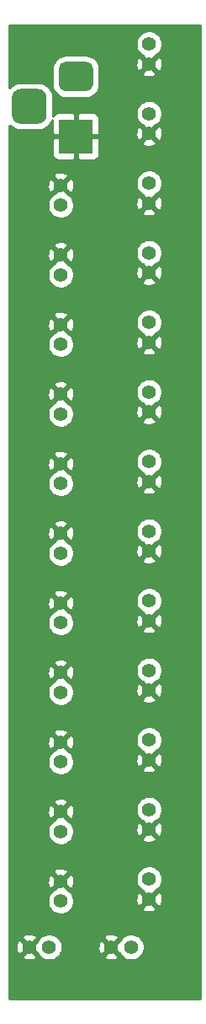
<source format=gtl>
%TF.GenerationSoftware,KiCad,Pcbnew,5.1.10*%
%TF.CreationDate,2021-12-13T09:13:28+01:00*%
%TF.ProjectId,power_board,706f7765-725f-4626-9f61-72642e6b6963,rev?*%
%TF.SameCoordinates,Original*%
%TF.FileFunction,Copper,L1,Top*%
%TF.FilePolarity,Positive*%
%FSLAX46Y46*%
G04 Gerber Fmt 4.6, Leading zero omitted, Abs format (unit mm)*
G04 Created by KiCad (PCBNEW 5.1.10) date 2021-12-13 09:13:28*
%MOMM*%
%LPD*%
G01*
G04 APERTURE LIST*
%TA.AperFunction,ComponentPad*%
%ADD10C,1.397000*%
%TD*%
%TA.AperFunction,ComponentPad*%
%ADD11R,3.500000X3.500000*%
%TD*%
%TA.AperFunction,Conductor*%
%ADD12C,0.254000*%
%TD*%
%TA.AperFunction,Conductor*%
%ADD13C,0.100000*%
%TD*%
G04 APERTURE END LIST*
D10*
X106140002Y-117856000D03*
X104140000Y-117856000D03*
X97885001Y-117856000D03*
X95884999Y-117856000D03*
X99060000Y-99282001D03*
X99060000Y-97281999D03*
X99060000Y-92297001D03*
X99060000Y-90296999D03*
X99060000Y-85312001D03*
X99060000Y-83311999D03*
X99060000Y-78327001D03*
X99060000Y-76326999D03*
X99060000Y-71342001D03*
X99060000Y-69341999D03*
X99060000Y-64357001D03*
X99060000Y-62356999D03*
X99060000Y-57372002D03*
X99060000Y-55372000D03*
X99060000Y-50387001D03*
X99060000Y-48386999D03*
X99060000Y-43402002D03*
X99060000Y-41402000D03*
X99060000Y-106267001D03*
X99060000Y-104266999D03*
X99060000Y-113252001D03*
X99060000Y-111251999D03*
X107950000Y-27209999D03*
X107950000Y-29210001D03*
X107950000Y-34194999D03*
X107950000Y-36195001D03*
X107950000Y-41179999D03*
X107950000Y-43180001D03*
X107950000Y-48164998D03*
X107950000Y-50165000D03*
X107950000Y-55149999D03*
X107950000Y-57150001D03*
X107950000Y-62134998D03*
X107950000Y-64135000D03*
X107950000Y-69119999D03*
X107950000Y-71120001D03*
X107950000Y-76104998D03*
X107950000Y-78105000D03*
X107950000Y-83089999D03*
X107950000Y-85090001D03*
X107950000Y-90074999D03*
X107950000Y-92075001D03*
X107950000Y-97059999D03*
X107950000Y-99060001D03*
X107950000Y-104044999D03*
X107950000Y-106045001D03*
X107950000Y-111029998D03*
X107950000Y-113030000D03*
%TA.AperFunction,ComponentPad*%
G36*
G01*
X95010000Y-31730000D02*
X96760000Y-31730000D01*
G75*
G02*
X97635000Y-32605000I0J-875000D01*
G01*
X97635000Y-34355000D01*
G75*
G02*
X96760000Y-35230000I-875000J0D01*
G01*
X95010000Y-35230000D01*
G75*
G02*
X94135000Y-34355000I0J875000D01*
G01*
X94135000Y-32605000D01*
G75*
G02*
X95010000Y-31730000I875000J0D01*
G01*
G37*
%TD.AperFunction*%
%TA.AperFunction,ComponentPad*%
G36*
G01*
X99585000Y-28980000D02*
X101585000Y-28980000D01*
G75*
G02*
X102335000Y-29730000I0J-750000D01*
G01*
X102335000Y-31230000D01*
G75*
G02*
X101585000Y-31980000I-750000J0D01*
G01*
X99585000Y-31980000D01*
G75*
G02*
X98835000Y-31230000I0J750000D01*
G01*
X98835000Y-29730000D01*
G75*
G02*
X99585000Y-28980000I750000J0D01*
G01*
G37*
%TD.AperFunction*%
D11*
X100585000Y-36480000D03*
D12*
X113107000Y-123013000D02*
X93903000Y-123013000D01*
X93903000Y-118776197D01*
X95144407Y-118776197D01*
X95203685Y-119009812D01*
X95441874Y-119120559D01*
X95697092Y-119182711D01*
X95959532Y-119193876D01*
X96219106Y-119153629D01*
X96465841Y-119063514D01*
X96566313Y-119009812D01*
X96625591Y-118776197D01*
X95884999Y-118035605D01*
X95144407Y-118776197D01*
X93903000Y-118776197D01*
X93903000Y-117930533D01*
X94547123Y-117930533D01*
X94587370Y-118190107D01*
X94677485Y-118436842D01*
X94731187Y-118537314D01*
X94964802Y-118596592D01*
X95705394Y-117856000D01*
X96064604Y-117856000D01*
X96717397Y-118508793D01*
X96849204Y-118706057D01*
X97034944Y-118891797D01*
X97253352Y-119037732D01*
X97496033Y-119138254D01*
X97753663Y-119189500D01*
X98016339Y-119189500D01*
X98273969Y-119138254D01*
X98516650Y-119037732D01*
X98735058Y-118891797D01*
X98850658Y-118776197D01*
X103399408Y-118776197D01*
X103458686Y-119009812D01*
X103696875Y-119120559D01*
X103952093Y-119182711D01*
X104214533Y-119193876D01*
X104474107Y-119153629D01*
X104720842Y-119063514D01*
X104821314Y-119009812D01*
X104880592Y-118776197D01*
X104140000Y-118035605D01*
X103399408Y-118776197D01*
X98850658Y-118776197D01*
X98920798Y-118706057D01*
X99066733Y-118487649D01*
X99167255Y-118244968D01*
X99218501Y-117987338D01*
X99218501Y-117930533D01*
X102802124Y-117930533D01*
X102842371Y-118190107D01*
X102932486Y-118436842D01*
X102986188Y-118537314D01*
X103219803Y-118596592D01*
X103960395Y-117856000D01*
X104319605Y-117856000D01*
X104972398Y-118508793D01*
X105104205Y-118706057D01*
X105289945Y-118891797D01*
X105508353Y-119037732D01*
X105751034Y-119138254D01*
X106008664Y-119189500D01*
X106271340Y-119189500D01*
X106528970Y-119138254D01*
X106771651Y-119037732D01*
X106990059Y-118891797D01*
X107175799Y-118706057D01*
X107321734Y-118487649D01*
X107422256Y-118244968D01*
X107473502Y-117987338D01*
X107473502Y-117724662D01*
X107422256Y-117467032D01*
X107321734Y-117224351D01*
X107175799Y-117005943D01*
X106990059Y-116820203D01*
X106771651Y-116674268D01*
X106528970Y-116573746D01*
X106271340Y-116522500D01*
X106008664Y-116522500D01*
X105751034Y-116573746D01*
X105508353Y-116674268D01*
X105289945Y-116820203D01*
X105104205Y-117005943D01*
X104972398Y-117203207D01*
X104319605Y-117856000D01*
X103960395Y-117856000D01*
X103219803Y-117115408D01*
X102986188Y-117174686D01*
X102875441Y-117412875D01*
X102813289Y-117668093D01*
X102802124Y-117930533D01*
X99218501Y-117930533D01*
X99218501Y-117724662D01*
X99167255Y-117467032D01*
X99066733Y-117224351D01*
X98920798Y-117005943D01*
X98850658Y-116935803D01*
X103399408Y-116935803D01*
X104140000Y-117676395D01*
X104880592Y-116935803D01*
X104821314Y-116702188D01*
X104583125Y-116591441D01*
X104327907Y-116529289D01*
X104065467Y-116518124D01*
X103805893Y-116558371D01*
X103559158Y-116648486D01*
X103458686Y-116702188D01*
X103399408Y-116935803D01*
X98850658Y-116935803D01*
X98735058Y-116820203D01*
X98516650Y-116674268D01*
X98273969Y-116573746D01*
X98016339Y-116522500D01*
X97753663Y-116522500D01*
X97496033Y-116573746D01*
X97253352Y-116674268D01*
X97034944Y-116820203D01*
X96849204Y-117005943D01*
X96717397Y-117203207D01*
X96064604Y-117856000D01*
X95705394Y-117856000D01*
X94964802Y-117115408D01*
X94731187Y-117174686D01*
X94620440Y-117412875D01*
X94558288Y-117668093D01*
X94547123Y-117930533D01*
X93903000Y-117930533D01*
X93903000Y-116935803D01*
X95144407Y-116935803D01*
X95884999Y-117676395D01*
X96625591Y-116935803D01*
X96566313Y-116702188D01*
X96328124Y-116591441D01*
X96072906Y-116529289D01*
X95810466Y-116518124D01*
X95550892Y-116558371D01*
X95304157Y-116648486D01*
X95203685Y-116702188D01*
X95144407Y-116935803D01*
X93903000Y-116935803D01*
X93903000Y-113120663D01*
X97726500Y-113120663D01*
X97726500Y-113383339D01*
X97777746Y-113640969D01*
X97878268Y-113883650D01*
X98024203Y-114102058D01*
X98209943Y-114287798D01*
X98428351Y-114433733D01*
X98671032Y-114534255D01*
X98928662Y-114585501D01*
X99191338Y-114585501D01*
X99448968Y-114534255D01*
X99691649Y-114433733D01*
X99910057Y-114287798D01*
X100095797Y-114102058D01*
X100197266Y-113950197D01*
X107209408Y-113950197D01*
X107268686Y-114183812D01*
X107506875Y-114294559D01*
X107762093Y-114356711D01*
X108024533Y-114367876D01*
X108284107Y-114327629D01*
X108530842Y-114237514D01*
X108631314Y-114183812D01*
X108690592Y-113950197D01*
X107950000Y-113209605D01*
X107209408Y-113950197D01*
X100197266Y-113950197D01*
X100241732Y-113883650D01*
X100342254Y-113640969D01*
X100393500Y-113383339D01*
X100393500Y-113120663D01*
X100390292Y-113104533D01*
X106612124Y-113104533D01*
X106652371Y-113364107D01*
X106742486Y-113610842D01*
X106796188Y-113711314D01*
X107029803Y-113770592D01*
X107770395Y-113030000D01*
X108129605Y-113030000D01*
X108870197Y-113770592D01*
X109103812Y-113711314D01*
X109214559Y-113473125D01*
X109276711Y-113217907D01*
X109287876Y-112955467D01*
X109247629Y-112695893D01*
X109157514Y-112449158D01*
X109103812Y-112348686D01*
X108870197Y-112289408D01*
X108129605Y-113030000D01*
X107770395Y-113030000D01*
X107029803Y-112289408D01*
X106796188Y-112348686D01*
X106685441Y-112586875D01*
X106623289Y-112842093D01*
X106612124Y-113104533D01*
X100390292Y-113104533D01*
X100342254Y-112863033D01*
X100241732Y-112620352D01*
X100095797Y-112401944D01*
X99910057Y-112216204D01*
X99712793Y-112084397D01*
X99060000Y-111431604D01*
X98407207Y-112084397D01*
X98209943Y-112216204D01*
X98024203Y-112401944D01*
X97878268Y-112620352D01*
X97777746Y-112863033D01*
X97726500Y-113120663D01*
X93903000Y-113120663D01*
X93903000Y-111326532D01*
X97722124Y-111326532D01*
X97762371Y-111586106D01*
X97852486Y-111832841D01*
X97906188Y-111933313D01*
X98139803Y-111992591D01*
X98880395Y-111251999D01*
X99239605Y-111251999D01*
X99980197Y-111992591D01*
X100213812Y-111933313D01*
X100324559Y-111695124D01*
X100386711Y-111439906D01*
X100397876Y-111177466D01*
X100357629Y-110917892D01*
X100350605Y-110898660D01*
X106616500Y-110898660D01*
X106616500Y-111161336D01*
X106667746Y-111418966D01*
X106768268Y-111661647D01*
X106914203Y-111880055D01*
X107099943Y-112065795D01*
X107297207Y-112197602D01*
X107950000Y-112850395D01*
X108602793Y-112197602D01*
X108800057Y-112065795D01*
X108985797Y-111880055D01*
X109131732Y-111661647D01*
X109232254Y-111418966D01*
X109283500Y-111161336D01*
X109283500Y-110898660D01*
X109232254Y-110641030D01*
X109131732Y-110398349D01*
X108985797Y-110179941D01*
X108800057Y-109994201D01*
X108581649Y-109848266D01*
X108338968Y-109747744D01*
X108081338Y-109696498D01*
X107818662Y-109696498D01*
X107561032Y-109747744D01*
X107318351Y-109848266D01*
X107099943Y-109994201D01*
X106914203Y-110179941D01*
X106768268Y-110398349D01*
X106667746Y-110641030D01*
X106616500Y-110898660D01*
X100350605Y-110898660D01*
X100267514Y-110671157D01*
X100213812Y-110570685D01*
X99980197Y-110511407D01*
X99239605Y-111251999D01*
X98880395Y-111251999D01*
X98139803Y-110511407D01*
X97906188Y-110570685D01*
X97795441Y-110808874D01*
X97733289Y-111064092D01*
X97722124Y-111326532D01*
X93903000Y-111326532D01*
X93903000Y-110331802D01*
X98319408Y-110331802D01*
X99060000Y-111072394D01*
X99800592Y-110331802D01*
X99741314Y-110098187D01*
X99503125Y-109987440D01*
X99247907Y-109925288D01*
X98985467Y-109914123D01*
X98725893Y-109954370D01*
X98479158Y-110044485D01*
X98378686Y-110098187D01*
X98319408Y-110331802D01*
X93903000Y-110331802D01*
X93903000Y-106135663D01*
X97726500Y-106135663D01*
X97726500Y-106398339D01*
X97777746Y-106655969D01*
X97878268Y-106898650D01*
X98024203Y-107117058D01*
X98209943Y-107302798D01*
X98428351Y-107448733D01*
X98671032Y-107549255D01*
X98928662Y-107600501D01*
X99191338Y-107600501D01*
X99448968Y-107549255D01*
X99691649Y-107448733D01*
X99910057Y-107302798D01*
X100095797Y-107117058D01*
X100197266Y-106965198D01*
X107209408Y-106965198D01*
X107268686Y-107198813D01*
X107506875Y-107309560D01*
X107762093Y-107371712D01*
X108024533Y-107382877D01*
X108284107Y-107342630D01*
X108530842Y-107252515D01*
X108631314Y-107198813D01*
X108690592Y-106965198D01*
X107950000Y-106224606D01*
X107209408Y-106965198D01*
X100197266Y-106965198D01*
X100241732Y-106898650D01*
X100342254Y-106655969D01*
X100393500Y-106398339D01*
X100393500Y-106135663D01*
X100390292Y-106119534D01*
X106612124Y-106119534D01*
X106652371Y-106379108D01*
X106742486Y-106625843D01*
X106796188Y-106726315D01*
X107029803Y-106785593D01*
X107770395Y-106045001D01*
X108129605Y-106045001D01*
X108870197Y-106785593D01*
X109103812Y-106726315D01*
X109214559Y-106488126D01*
X109276711Y-106232908D01*
X109287876Y-105970468D01*
X109247629Y-105710894D01*
X109157514Y-105464159D01*
X109103812Y-105363687D01*
X108870197Y-105304409D01*
X108129605Y-106045001D01*
X107770395Y-106045001D01*
X107029803Y-105304409D01*
X106796188Y-105363687D01*
X106685441Y-105601876D01*
X106623289Y-105857094D01*
X106612124Y-106119534D01*
X100390292Y-106119534D01*
X100342254Y-105878033D01*
X100241732Y-105635352D01*
X100095797Y-105416944D01*
X99910057Y-105231204D01*
X99712793Y-105099397D01*
X99060000Y-104446604D01*
X98407207Y-105099397D01*
X98209943Y-105231204D01*
X98024203Y-105416944D01*
X97878268Y-105635352D01*
X97777746Y-105878033D01*
X97726500Y-106135663D01*
X93903000Y-106135663D01*
X93903000Y-104341532D01*
X97722124Y-104341532D01*
X97762371Y-104601106D01*
X97852486Y-104847841D01*
X97906188Y-104948313D01*
X98139803Y-105007591D01*
X98880395Y-104266999D01*
X99239605Y-104266999D01*
X99980197Y-105007591D01*
X100213812Y-104948313D01*
X100324559Y-104710124D01*
X100386711Y-104454906D01*
X100397876Y-104192466D01*
X100357629Y-103932892D01*
X100350606Y-103913661D01*
X106616500Y-103913661D01*
X106616500Y-104176337D01*
X106667746Y-104433967D01*
X106768268Y-104676648D01*
X106914203Y-104895056D01*
X107099943Y-105080796D01*
X107297207Y-105212603D01*
X107950000Y-105865396D01*
X108602793Y-105212603D01*
X108800057Y-105080796D01*
X108985797Y-104895056D01*
X109131732Y-104676648D01*
X109232254Y-104433967D01*
X109283500Y-104176337D01*
X109283500Y-103913661D01*
X109232254Y-103656031D01*
X109131732Y-103413350D01*
X108985797Y-103194942D01*
X108800057Y-103009202D01*
X108581649Y-102863267D01*
X108338968Y-102762745D01*
X108081338Y-102711499D01*
X107818662Y-102711499D01*
X107561032Y-102762745D01*
X107318351Y-102863267D01*
X107099943Y-103009202D01*
X106914203Y-103194942D01*
X106768268Y-103413350D01*
X106667746Y-103656031D01*
X106616500Y-103913661D01*
X100350606Y-103913661D01*
X100267514Y-103686157D01*
X100213812Y-103585685D01*
X99980197Y-103526407D01*
X99239605Y-104266999D01*
X98880395Y-104266999D01*
X98139803Y-103526407D01*
X97906188Y-103585685D01*
X97795441Y-103823874D01*
X97733289Y-104079092D01*
X97722124Y-104341532D01*
X93903000Y-104341532D01*
X93903000Y-103346802D01*
X98319408Y-103346802D01*
X99060000Y-104087394D01*
X99800592Y-103346802D01*
X99741314Y-103113187D01*
X99503125Y-103002440D01*
X99247907Y-102940288D01*
X98985467Y-102929123D01*
X98725893Y-102969370D01*
X98479158Y-103059485D01*
X98378686Y-103113187D01*
X98319408Y-103346802D01*
X93903000Y-103346802D01*
X93903000Y-99150663D01*
X97726500Y-99150663D01*
X97726500Y-99413339D01*
X97777746Y-99670969D01*
X97878268Y-99913650D01*
X98024203Y-100132058D01*
X98209943Y-100317798D01*
X98428351Y-100463733D01*
X98671032Y-100564255D01*
X98928662Y-100615501D01*
X99191338Y-100615501D01*
X99448968Y-100564255D01*
X99691649Y-100463733D01*
X99910057Y-100317798D01*
X100095797Y-100132058D01*
X100197266Y-99980198D01*
X107209408Y-99980198D01*
X107268686Y-100213813D01*
X107506875Y-100324560D01*
X107762093Y-100386712D01*
X108024533Y-100397877D01*
X108284107Y-100357630D01*
X108530842Y-100267515D01*
X108631314Y-100213813D01*
X108690592Y-99980198D01*
X107950000Y-99239606D01*
X107209408Y-99980198D01*
X100197266Y-99980198D01*
X100241732Y-99913650D01*
X100342254Y-99670969D01*
X100393500Y-99413339D01*
X100393500Y-99150663D01*
X100390292Y-99134534D01*
X106612124Y-99134534D01*
X106652371Y-99394108D01*
X106742486Y-99640843D01*
X106796188Y-99741315D01*
X107029803Y-99800593D01*
X107770395Y-99060001D01*
X108129605Y-99060001D01*
X108870197Y-99800593D01*
X109103812Y-99741315D01*
X109214559Y-99503126D01*
X109276711Y-99247908D01*
X109287876Y-98985468D01*
X109247629Y-98725894D01*
X109157514Y-98479159D01*
X109103812Y-98378687D01*
X108870197Y-98319409D01*
X108129605Y-99060001D01*
X107770395Y-99060001D01*
X107029803Y-98319409D01*
X106796188Y-98378687D01*
X106685441Y-98616876D01*
X106623289Y-98872094D01*
X106612124Y-99134534D01*
X100390292Y-99134534D01*
X100342254Y-98893033D01*
X100241732Y-98650352D01*
X100095797Y-98431944D01*
X99910057Y-98246204D01*
X99712793Y-98114397D01*
X99060000Y-97461604D01*
X98407207Y-98114397D01*
X98209943Y-98246204D01*
X98024203Y-98431944D01*
X97878268Y-98650352D01*
X97777746Y-98893033D01*
X97726500Y-99150663D01*
X93903000Y-99150663D01*
X93903000Y-97356532D01*
X97722124Y-97356532D01*
X97762371Y-97616106D01*
X97852486Y-97862841D01*
X97906188Y-97963313D01*
X98139803Y-98022591D01*
X98880395Y-97281999D01*
X99239605Y-97281999D01*
X99980197Y-98022591D01*
X100213812Y-97963313D01*
X100324559Y-97725124D01*
X100386711Y-97469906D01*
X100397876Y-97207466D01*
X100357629Y-96947892D01*
X100350606Y-96928661D01*
X106616500Y-96928661D01*
X106616500Y-97191337D01*
X106667746Y-97448967D01*
X106768268Y-97691648D01*
X106914203Y-97910056D01*
X107099943Y-98095796D01*
X107297207Y-98227603D01*
X107950000Y-98880396D01*
X108602793Y-98227603D01*
X108800057Y-98095796D01*
X108985797Y-97910056D01*
X109131732Y-97691648D01*
X109232254Y-97448967D01*
X109283500Y-97191337D01*
X109283500Y-96928661D01*
X109232254Y-96671031D01*
X109131732Y-96428350D01*
X108985797Y-96209942D01*
X108800057Y-96024202D01*
X108581649Y-95878267D01*
X108338968Y-95777745D01*
X108081338Y-95726499D01*
X107818662Y-95726499D01*
X107561032Y-95777745D01*
X107318351Y-95878267D01*
X107099943Y-96024202D01*
X106914203Y-96209942D01*
X106768268Y-96428350D01*
X106667746Y-96671031D01*
X106616500Y-96928661D01*
X100350606Y-96928661D01*
X100267514Y-96701157D01*
X100213812Y-96600685D01*
X99980197Y-96541407D01*
X99239605Y-97281999D01*
X98880395Y-97281999D01*
X98139803Y-96541407D01*
X97906188Y-96600685D01*
X97795441Y-96838874D01*
X97733289Y-97094092D01*
X97722124Y-97356532D01*
X93903000Y-97356532D01*
X93903000Y-96361802D01*
X98319408Y-96361802D01*
X99060000Y-97102394D01*
X99800592Y-96361802D01*
X99741314Y-96128187D01*
X99503125Y-96017440D01*
X99247907Y-95955288D01*
X98985467Y-95944123D01*
X98725893Y-95984370D01*
X98479158Y-96074485D01*
X98378686Y-96128187D01*
X98319408Y-96361802D01*
X93903000Y-96361802D01*
X93903000Y-92165663D01*
X97726500Y-92165663D01*
X97726500Y-92428339D01*
X97777746Y-92685969D01*
X97878268Y-92928650D01*
X98024203Y-93147058D01*
X98209943Y-93332798D01*
X98428351Y-93478733D01*
X98671032Y-93579255D01*
X98928662Y-93630501D01*
X99191338Y-93630501D01*
X99448968Y-93579255D01*
X99691649Y-93478733D01*
X99910057Y-93332798D01*
X100095797Y-93147058D01*
X100197266Y-92995198D01*
X107209408Y-92995198D01*
X107268686Y-93228813D01*
X107506875Y-93339560D01*
X107762093Y-93401712D01*
X108024533Y-93412877D01*
X108284107Y-93372630D01*
X108530842Y-93282515D01*
X108631314Y-93228813D01*
X108690592Y-92995198D01*
X107950000Y-92254606D01*
X107209408Y-92995198D01*
X100197266Y-92995198D01*
X100241732Y-92928650D01*
X100342254Y-92685969D01*
X100393500Y-92428339D01*
X100393500Y-92165663D01*
X100390292Y-92149534D01*
X106612124Y-92149534D01*
X106652371Y-92409108D01*
X106742486Y-92655843D01*
X106796188Y-92756315D01*
X107029803Y-92815593D01*
X107770395Y-92075001D01*
X108129605Y-92075001D01*
X108870197Y-92815593D01*
X109103812Y-92756315D01*
X109214559Y-92518126D01*
X109276711Y-92262908D01*
X109287876Y-92000468D01*
X109247629Y-91740894D01*
X109157514Y-91494159D01*
X109103812Y-91393687D01*
X108870197Y-91334409D01*
X108129605Y-92075001D01*
X107770395Y-92075001D01*
X107029803Y-91334409D01*
X106796188Y-91393687D01*
X106685441Y-91631876D01*
X106623289Y-91887094D01*
X106612124Y-92149534D01*
X100390292Y-92149534D01*
X100342254Y-91908033D01*
X100241732Y-91665352D01*
X100095797Y-91446944D01*
X99910057Y-91261204D01*
X99712793Y-91129397D01*
X99060000Y-90476604D01*
X98407207Y-91129397D01*
X98209943Y-91261204D01*
X98024203Y-91446944D01*
X97878268Y-91665352D01*
X97777746Y-91908033D01*
X97726500Y-92165663D01*
X93903000Y-92165663D01*
X93903000Y-90371532D01*
X97722124Y-90371532D01*
X97762371Y-90631106D01*
X97852486Y-90877841D01*
X97906188Y-90978313D01*
X98139803Y-91037591D01*
X98880395Y-90296999D01*
X99239605Y-90296999D01*
X99980197Y-91037591D01*
X100213812Y-90978313D01*
X100324559Y-90740124D01*
X100386711Y-90484906D01*
X100397876Y-90222466D01*
X100357629Y-89962892D01*
X100350606Y-89943661D01*
X106616500Y-89943661D01*
X106616500Y-90206337D01*
X106667746Y-90463967D01*
X106768268Y-90706648D01*
X106914203Y-90925056D01*
X107099943Y-91110796D01*
X107297207Y-91242603D01*
X107950000Y-91895396D01*
X108602793Y-91242603D01*
X108800057Y-91110796D01*
X108985797Y-90925056D01*
X109131732Y-90706648D01*
X109232254Y-90463967D01*
X109283500Y-90206337D01*
X109283500Y-89943661D01*
X109232254Y-89686031D01*
X109131732Y-89443350D01*
X108985797Y-89224942D01*
X108800057Y-89039202D01*
X108581649Y-88893267D01*
X108338968Y-88792745D01*
X108081338Y-88741499D01*
X107818662Y-88741499D01*
X107561032Y-88792745D01*
X107318351Y-88893267D01*
X107099943Y-89039202D01*
X106914203Y-89224942D01*
X106768268Y-89443350D01*
X106667746Y-89686031D01*
X106616500Y-89943661D01*
X100350606Y-89943661D01*
X100267514Y-89716157D01*
X100213812Y-89615685D01*
X99980197Y-89556407D01*
X99239605Y-90296999D01*
X98880395Y-90296999D01*
X98139803Y-89556407D01*
X97906188Y-89615685D01*
X97795441Y-89853874D01*
X97733289Y-90109092D01*
X97722124Y-90371532D01*
X93903000Y-90371532D01*
X93903000Y-89376802D01*
X98319408Y-89376802D01*
X99060000Y-90117394D01*
X99800592Y-89376802D01*
X99741314Y-89143187D01*
X99503125Y-89032440D01*
X99247907Y-88970288D01*
X98985467Y-88959123D01*
X98725893Y-88999370D01*
X98479158Y-89089485D01*
X98378686Y-89143187D01*
X98319408Y-89376802D01*
X93903000Y-89376802D01*
X93903000Y-85180663D01*
X97726500Y-85180663D01*
X97726500Y-85443339D01*
X97777746Y-85700969D01*
X97878268Y-85943650D01*
X98024203Y-86162058D01*
X98209943Y-86347798D01*
X98428351Y-86493733D01*
X98671032Y-86594255D01*
X98928662Y-86645501D01*
X99191338Y-86645501D01*
X99448968Y-86594255D01*
X99691649Y-86493733D01*
X99910057Y-86347798D01*
X100095797Y-86162058D01*
X100197266Y-86010198D01*
X107209408Y-86010198D01*
X107268686Y-86243813D01*
X107506875Y-86354560D01*
X107762093Y-86416712D01*
X108024533Y-86427877D01*
X108284107Y-86387630D01*
X108530842Y-86297515D01*
X108631314Y-86243813D01*
X108690592Y-86010198D01*
X107950000Y-85269606D01*
X107209408Y-86010198D01*
X100197266Y-86010198D01*
X100241732Y-85943650D01*
X100342254Y-85700969D01*
X100393500Y-85443339D01*
X100393500Y-85180663D01*
X100390292Y-85164534D01*
X106612124Y-85164534D01*
X106652371Y-85424108D01*
X106742486Y-85670843D01*
X106796188Y-85771315D01*
X107029803Y-85830593D01*
X107770395Y-85090001D01*
X108129605Y-85090001D01*
X108870197Y-85830593D01*
X109103812Y-85771315D01*
X109214559Y-85533126D01*
X109276711Y-85277908D01*
X109287876Y-85015468D01*
X109247629Y-84755894D01*
X109157514Y-84509159D01*
X109103812Y-84408687D01*
X108870197Y-84349409D01*
X108129605Y-85090001D01*
X107770395Y-85090001D01*
X107029803Y-84349409D01*
X106796188Y-84408687D01*
X106685441Y-84646876D01*
X106623289Y-84902094D01*
X106612124Y-85164534D01*
X100390292Y-85164534D01*
X100342254Y-84923033D01*
X100241732Y-84680352D01*
X100095797Y-84461944D01*
X99910057Y-84276204D01*
X99712793Y-84144397D01*
X99060000Y-83491604D01*
X98407207Y-84144397D01*
X98209943Y-84276204D01*
X98024203Y-84461944D01*
X97878268Y-84680352D01*
X97777746Y-84923033D01*
X97726500Y-85180663D01*
X93903000Y-85180663D01*
X93903000Y-83386532D01*
X97722124Y-83386532D01*
X97762371Y-83646106D01*
X97852486Y-83892841D01*
X97906188Y-83993313D01*
X98139803Y-84052591D01*
X98880395Y-83311999D01*
X99239605Y-83311999D01*
X99980197Y-84052591D01*
X100213812Y-83993313D01*
X100324559Y-83755124D01*
X100386711Y-83499906D01*
X100397876Y-83237466D01*
X100357629Y-82977892D01*
X100350606Y-82958661D01*
X106616500Y-82958661D01*
X106616500Y-83221337D01*
X106667746Y-83478967D01*
X106768268Y-83721648D01*
X106914203Y-83940056D01*
X107099943Y-84125796D01*
X107297207Y-84257603D01*
X107950000Y-84910396D01*
X108602793Y-84257603D01*
X108800057Y-84125796D01*
X108985797Y-83940056D01*
X109131732Y-83721648D01*
X109232254Y-83478967D01*
X109283500Y-83221337D01*
X109283500Y-82958661D01*
X109232254Y-82701031D01*
X109131732Y-82458350D01*
X108985797Y-82239942D01*
X108800057Y-82054202D01*
X108581649Y-81908267D01*
X108338968Y-81807745D01*
X108081338Y-81756499D01*
X107818662Y-81756499D01*
X107561032Y-81807745D01*
X107318351Y-81908267D01*
X107099943Y-82054202D01*
X106914203Y-82239942D01*
X106768268Y-82458350D01*
X106667746Y-82701031D01*
X106616500Y-82958661D01*
X100350606Y-82958661D01*
X100267514Y-82731157D01*
X100213812Y-82630685D01*
X99980197Y-82571407D01*
X99239605Y-83311999D01*
X98880395Y-83311999D01*
X98139803Y-82571407D01*
X97906188Y-82630685D01*
X97795441Y-82868874D01*
X97733289Y-83124092D01*
X97722124Y-83386532D01*
X93903000Y-83386532D01*
X93903000Y-82391802D01*
X98319408Y-82391802D01*
X99060000Y-83132394D01*
X99800592Y-82391802D01*
X99741314Y-82158187D01*
X99503125Y-82047440D01*
X99247907Y-81985288D01*
X98985467Y-81974123D01*
X98725893Y-82014370D01*
X98479158Y-82104485D01*
X98378686Y-82158187D01*
X98319408Y-82391802D01*
X93903000Y-82391802D01*
X93903000Y-78195663D01*
X97726500Y-78195663D01*
X97726500Y-78458339D01*
X97777746Y-78715969D01*
X97878268Y-78958650D01*
X98024203Y-79177058D01*
X98209943Y-79362798D01*
X98428351Y-79508733D01*
X98671032Y-79609255D01*
X98928662Y-79660501D01*
X99191338Y-79660501D01*
X99448968Y-79609255D01*
X99691649Y-79508733D01*
X99910057Y-79362798D01*
X100095797Y-79177058D01*
X100197266Y-79025197D01*
X107209408Y-79025197D01*
X107268686Y-79258812D01*
X107506875Y-79369559D01*
X107762093Y-79431711D01*
X108024533Y-79442876D01*
X108284107Y-79402629D01*
X108530842Y-79312514D01*
X108631314Y-79258812D01*
X108690592Y-79025197D01*
X107950000Y-78284605D01*
X107209408Y-79025197D01*
X100197266Y-79025197D01*
X100241732Y-78958650D01*
X100342254Y-78715969D01*
X100393500Y-78458339D01*
X100393500Y-78195663D01*
X100390292Y-78179533D01*
X106612124Y-78179533D01*
X106652371Y-78439107D01*
X106742486Y-78685842D01*
X106796188Y-78786314D01*
X107029803Y-78845592D01*
X107770395Y-78105000D01*
X108129605Y-78105000D01*
X108870197Y-78845592D01*
X109103812Y-78786314D01*
X109214559Y-78548125D01*
X109276711Y-78292907D01*
X109287876Y-78030467D01*
X109247629Y-77770893D01*
X109157514Y-77524158D01*
X109103812Y-77423686D01*
X108870197Y-77364408D01*
X108129605Y-78105000D01*
X107770395Y-78105000D01*
X107029803Y-77364408D01*
X106796188Y-77423686D01*
X106685441Y-77661875D01*
X106623289Y-77917093D01*
X106612124Y-78179533D01*
X100390292Y-78179533D01*
X100342254Y-77938033D01*
X100241732Y-77695352D01*
X100095797Y-77476944D01*
X99910057Y-77291204D01*
X99712793Y-77159397D01*
X99060000Y-76506604D01*
X98407207Y-77159397D01*
X98209943Y-77291204D01*
X98024203Y-77476944D01*
X97878268Y-77695352D01*
X97777746Y-77938033D01*
X97726500Y-78195663D01*
X93903000Y-78195663D01*
X93903000Y-76401532D01*
X97722124Y-76401532D01*
X97762371Y-76661106D01*
X97852486Y-76907841D01*
X97906188Y-77008313D01*
X98139803Y-77067591D01*
X98880395Y-76326999D01*
X99239605Y-76326999D01*
X99980197Y-77067591D01*
X100213812Y-77008313D01*
X100324559Y-76770124D01*
X100386711Y-76514906D01*
X100397876Y-76252466D01*
X100357629Y-75992892D01*
X100350605Y-75973660D01*
X106616500Y-75973660D01*
X106616500Y-76236336D01*
X106667746Y-76493966D01*
X106768268Y-76736647D01*
X106914203Y-76955055D01*
X107099943Y-77140795D01*
X107297207Y-77272602D01*
X107950000Y-77925395D01*
X108602793Y-77272602D01*
X108800057Y-77140795D01*
X108985797Y-76955055D01*
X109131732Y-76736647D01*
X109232254Y-76493966D01*
X109283500Y-76236336D01*
X109283500Y-75973660D01*
X109232254Y-75716030D01*
X109131732Y-75473349D01*
X108985797Y-75254941D01*
X108800057Y-75069201D01*
X108581649Y-74923266D01*
X108338968Y-74822744D01*
X108081338Y-74771498D01*
X107818662Y-74771498D01*
X107561032Y-74822744D01*
X107318351Y-74923266D01*
X107099943Y-75069201D01*
X106914203Y-75254941D01*
X106768268Y-75473349D01*
X106667746Y-75716030D01*
X106616500Y-75973660D01*
X100350605Y-75973660D01*
X100267514Y-75746157D01*
X100213812Y-75645685D01*
X99980197Y-75586407D01*
X99239605Y-76326999D01*
X98880395Y-76326999D01*
X98139803Y-75586407D01*
X97906188Y-75645685D01*
X97795441Y-75883874D01*
X97733289Y-76139092D01*
X97722124Y-76401532D01*
X93903000Y-76401532D01*
X93903000Y-75406802D01*
X98319408Y-75406802D01*
X99060000Y-76147394D01*
X99800592Y-75406802D01*
X99741314Y-75173187D01*
X99503125Y-75062440D01*
X99247907Y-75000288D01*
X98985467Y-74989123D01*
X98725893Y-75029370D01*
X98479158Y-75119485D01*
X98378686Y-75173187D01*
X98319408Y-75406802D01*
X93903000Y-75406802D01*
X93903000Y-71210663D01*
X97726500Y-71210663D01*
X97726500Y-71473339D01*
X97777746Y-71730969D01*
X97878268Y-71973650D01*
X98024203Y-72192058D01*
X98209943Y-72377798D01*
X98428351Y-72523733D01*
X98671032Y-72624255D01*
X98928662Y-72675501D01*
X99191338Y-72675501D01*
X99448968Y-72624255D01*
X99691649Y-72523733D01*
X99910057Y-72377798D01*
X100095797Y-72192058D01*
X100197266Y-72040198D01*
X107209408Y-72040198D01*
X107268686Y-72273813D01*
X107506875Y-72384560D01*
X107762093Y-72446712D01*
X108024533Y-72457877D01*
X108284107Y-72417630D01*
X108530842Y-72327515D01*
X108631314Y-72273813D01*
X108690592Y-72040198D01*
X107950000Y-71299606D01*
X107209408Y-72040198D01*
X100197266Y-72040198D01*
X100241732Y-71973650D01*
X100342254Y-71730969D01*
X100393500Y-71473339D01*
X100393500Y-71210663D01*
X100390292Y-71194534D01*
X106612124Y-71194534D01*
X106652371Y-71454108D01*
X106742486Y-71700843D01*
X106796188Y-71801315D01*
X107029803Y-71860593D01*
X107770395Y-71120001D01*
X108129605Y-71120001D01*
X108870197Y-71860593D01*
X109103812Y-71801315D01*
X109214559Y-71563126D01*
X109276711Y-71307908D01*
X109287876Y-71045468D01*
X109247629Y-70785894D01*
X109157514Y-70539159D01*
X109103812Y-70438687D01*
X108870197Y-70379409D01*
X108129605Y-71120001D01*
X107770395Y-71120001D01*
X107029803Y-70379409D01*
X106796188Y-70438687D01*
X106685441Y-70676876D01*
X106623289Y-70932094D01*
X106612124Y-71194534D01*
X100390292Y-71194534D01*
X100342254Y-70953033D01*
X100241732Y-70710352D01*
X100095797Y-70491944D01*
X99910057Y-70306204D01*
X99712793Y-70174397D01*
X99060000Y-69521604D01*
X98407207Y-70174397D01*
X98209943Y-70306204D01*
X98024203Y-70491944D01*
X97878268Y-70710352D01*
X97777746Y-70953033D01*
X97726500Y-71210663D01*
X93903000Y-71210663D01*
X93903000Y-69416532D01*
X97722124Y-69416532D01*
X97762371Y-69676106D01*
X97852486Y-69922841D01*
X97906188Y-70023313D01*
X98139803Y-70082591D01*
X98880395Y-69341999D01*
X99239605Y-69341999D01*
X99980197Y-70082591D01*
X100213812Y-70023313D01*
X100324559Y-69785124D01*
X100386711Y-69529906D01*
X100397876Y-69267466D01*
X100357629Y-69007892D01*
X100350606Y-68988661D01*
X106616500Y-68988661D01*
X106616500Y-69251337D01*
X106667746Y-69508967D01*
X106768268Y-69751648D01*
X106914203Y-69970056D01*
X107099943Y-70155796D01*
X107297207Y-70287603D01*
X107950000Y-70940396D01*
X108602793Y-70287603D01*
X108800057Y-70155796D01*
X108985797Y-69970056D01*
X109131732Y-69751648D01*
X109232254Y-69508967D01*
X109283500Y-69251337D01*
X109283500Y-68988661D01*
X109232254Y-68731031D01*
X109131732Y-68488350D01*
X108985797Y-68269942D01*
X108800057Y-68084202D01*
X108581649Y-67938267D01*
X108338968Y-67837745D01*
X108081338Y-67786499D01*
X107818662Y-67786499D01*
X107561032Y-67837745D01*
X107318351Y-67938267D01*
X107099943Y-68084202D01*
X106914203Y-68269942D01*
X106768268Y-68488350D01*
X106667746Y-68731031D01*
X106616500Y-68988661D01*
X100350606Y-68988661D01*
X100267514Y-68761157D01*
X100213812Y-68660685D01*
X99980197Y-68601407D01*
X99239605Y-69341999D01*
X98880395Y-69341999D01*
X98139803Y-68601407D01*
X97906188Y-68660685D01*
X97795441Y-68898874D01*
X97733289Y-69154092D01*
X97722124Y-69416532D01*
X93903000Y-69416532D01*
X93903000Y-68421802D01*
X98319408Y-68421802D01*
X99060000Y-69162394D01*
X99800592Y-68421802D01*
X99741314Y-68188187D01*
X99503125Y-68077440D01*
X99247907Y-68015288D01*
X98985467Y-68004123D01*
X98725893Y-68044370D01*
X98479158Y-68134485D01*
X98378686Y-68188187D01*
X98319408Y-68421802D01*
X93903000Y-68421802D01*
X93903000Y-64225663D01*
X97726500Y-64225663D01*
X97726500Y-64488339D01*
X97777746Y-64745969D01*
X97878268Y-64988650D01*
X98024203Y-65207058D01*
X98209943Y-65392798D01*
X98428351Y-65538733D01*
X98671032Y-65639255D01*
X98928662Y-65690501D01*
X99191338Y-65690501D01*
X99448968Y-65639255D01*
X99691649Y-65538733D01*
X99910057Y-65392798D01*
X100095797Y-65207058D01*
X100197266Y-65055197D01*
X107209408Y-65055197D01*
X107268686Y-65288812D01*
X107506875Y-65399559D01*
X107762093Y-65461711D01*
X108024533Y-65472876D01*
X108284107Y-65432629D01*
X108530842Y-65342514D01*
X108631314Y-65288812D01*
X108690592Y-65055197D01*
X107950000Y-64314605D01*
X107209408Y-65055197D01*
X100197266Y-65055197D01*
X100241732Y-64988650D01*
X100342254Y-64745969D01*
X100393500Y-64488339D01*
X100393500Y-64225663D01*
X100390292Y-64209533D01*
X106612124Y-64209533D01*
X106652371Y-64469107D01*
X106742486Y-64715842D01*
X106796188Y-64816314D01*
X107029803Y-64875592D01*
X107770395Y-64135000D01*
X108129605Y-64135000D01*
X108870197Y-64875592D01*
X109103812Y-64816314D01*
X109214559Y-64578125D01*
X109276711Y-64322907D01*
X109287876Y-64060467D01*
X109247629Y-63800893D01*
X109157514Y-63554158D01*
X109103812Y-63453686D01*
X108870197Y-63394408D01*
X108129605Y-64135000D01*
X107770395Y-64135000D01*
X107029803Y-63394408D01*
X106796188Y-63453686D01*
X106685441Y-63691875D01*
X106623289Y-63947093D01*
X106612124Y-64209533D01*
X100390292Y-64209533D01*
X100342254Y-63968033D01*
X100241732Y-63725352D01*
X100095797Y-63506944D01*
X99910057Y-63321204D01*
X99712793Y-63189397D01*
X99060000Y-62536604D01*
X98407207Y-63189397D01*
X98209943Y-63321204D01*
X98024203Y-63506944D01*
X97878268Y-63725352D01*
X97777746Y-63968033D01*
X97726500Y-64225663D01*
X93903000Y-64225663D01*
X93903000Y-62431532D01*
X97722124Y-62431532D01*
X97762371Y-62691106D01*
X97852486Y-62937841D01*
X97906188Y-63038313D01*
X98139803Y-63097591D01*
X98880395Y-62356999D01*
X99239605Y-62356999D01*
X99980197Y-63097591D01*
X100213812Y-63038313D01*
X100324559Y-62800124D01*
X100386711Y-62544906D01*
X100397876Y-62282466D01*
X100357629Y-62022892D01*
X100350605Y-62003660D01*
X106616500Y-62003660D01*
X106616500Y-62266336D01*
X106667746Y-62523966D01*
X106768268Y-62766647D01*
X106914203Y-62985055D01*
X107099943Y-63170795D01*
X107297207Y-63302602D01*
X107950000Y-63955395D01*
X108602793Y-63302602D01*
X108800057Y-63170795D01*
X108985797Y-62985055D01*
X109131732Y-62766647D01*
X109232254Y-62523966D01*
X109283500Y-62266336D01*
X109283500Y-62003660D01*
X109232254Y-61746030D01*
X109131732Y-61503349D01*
X108985797Y-61284941D01*
X108800057Y-61099201D01*
X108581649Y-60953266D01*
X108338968Y-60852744D01*
X108081338Y-60801498D01*
X107818662Y-60801498D01*
X107561032Y-60852744D01*
X107318351Y-60953266D01*
X107099943Y-61099201D01*
X106914203Y-61284941D01*
X106768268Y-61503349D01*
X106667746Y-61746030D01*
X106616500Y-62003660D01*
X100350605Y-62003660D01*
X100267514Y-61776157D01*
X100213812Y-61675685D01*
X99980197Y-61616407D01*
X99239605Y-62356999D01*
X98880395Y-62356999D01*
X98139803Y-61616407D01*
X97906188Y-61675685D01*
X97795441Y-61913874D01*
X97733289Y-62169092D01*
X97722124Y-62431532D01*
X93903000Y-62431532D01*
X93903000Y-61436802D01*
X98319408Y-61436802D01*
X99060000Y-62177394D01*
X99800592Y-61436802D01*
X99741314Y-61203187D01*
X99503125Y-61092440D01*
X99247907Y-61030288D01*
X98985467Y-61019123D01*
X98725893Y-61059370D01*
X98479158Y-61149485D01*
X98378686Y-61203187D01*
X98319408Y-61436802D01*
X93903000Y-61436802D01*
X93903000Y-57240664D01*
X97726500Y-57240664D01*
X97726500Y-57503340D01*
X97777746Y-57760970D01*
X97878268Y-58003651D01*
X98024203Y-58222059D01*
X98209943Y-58407799D01*
X98428351Y-58553734D01*
X98671032Y-58654256D01*
X98928662Y-58705502D01*
X99191338Y-58705502D01*
X99448968Y-58654256D01*
X99691649Y-58553734D01*
X99910057Y-58407799D01*
X100095797Y-58222059D01*
X100197266Y-58070198D01*
X107209408Y-58070198D01*
X107268686Y-58303813D01*
X107506875Y-58414560D01*
X107762093Y-58476712D01*
X108024533Y-58487877D01*
X108284107Y-58447630D01*
X108530842Y-58357515D01*
X108631314Y-58303813D01*
X108690592Y-58070198D01*
X107950000Y-57329606D01*
X107209408Y-58070198D01*
X100197266Y-58070198D01*
X100241732Y-58003651D01*
X100342254Y-57760970D01*
X100393500Y-57503340D01*
X100393500Y-57240664D01*
X100390292Y-57224534D01*
X106612124Y-57224534D01*
X106652371Y-57484108D01*
X106742486Y-57730843D01*
X106796188Y-57831315D01*
X107029803Y-57890593D01*
X107770395Y-57150001D01*
X108129605Y-57150001D01*
X108870197Y-57890593D01*
X109103812Y-57831315D01*
X109214559Y-57593126D01*
X109276711Y-57337908D01*
X109287876Y-57075468D01*
X109247629Y-56815894D01*
X109157514Y-56569159D01*
X109103812Y-56468687D01*
X108870197Y-56409409D01*
X108129605Y-57150001D01*
X107770395Y-57150001D01*
X107029803Y-56409409D01*
X106796188Y-56468687D01*
X106685441Y-56706876D01*
X106623289Y-56962094D01*
X106612124Y-57224534D01*
X100390292Y-57224534D01*
X100342254Y-56983034D01*
X100241732Y-56740353D01*
X100095797Y-56521945D01*
X99910057Y-56336205D01*
X99712793Y-56204398D01*
X99060000Y-55551605D01*
X98407207Y-56204398D01*
X98209943Y-56336205D01*
X98024203Y-56521945D01*
X97878268Y-56740353D01*
X97777746Y-56983034D01*
X97726500Y-57240664D01*
X93903000Y-57240664D01*
X93903000Y-55446533D01*
X97722124Y-55446533D01*
X97762371Y-55706107D01*
X97852486Y-55952842D01*
X97906188Y-56053314D01*
X98139803Y-56112592D01*
X98880395Y-55372000D01*
X99239605Y-55372000D01*
X99980197Y-56112592D01*
X100213812Y-56053314D01*
X100324559Y-55815125D01*
X100386711Y-55559907D01*
X100397876Y-55297467D01*
X100357629Y-55037893D01*
X100350605Y-55018661D01*
X106616500Y-55018661D01*
X106616500Y-55281337D01*
X106667746Y-55538967D01*
X106768268Y-55781648D01*
X106914203Y-56000056D01*
X107099943Y-56185796D01*
X107297207Y-56317603D01*
X107950000Y-56970396D01*
X108602793Y-56317603D01*
X108800057Y-56185796D01*
X108985797Y-56000056D01*
X109131732Y-55781648D01*
X109232254Y-55538967D01*
X109283500Y-55281337D01*
X109283500Y-55018661D01*
X109232254Y-54761031D01*
X109131732Y-54518350D01*
X108985797Y-54299942D01*
X108800057Y-54114202D01*
X108581649Y-53968267D01*
X108338968Y-53867745D01*
X108081338Y-53816499D01*
X107818662Y-53816499D01*
X107561032Y-53867745D01*
X107318351Y-53968267D01*
X107099943Y-54114202D01*
X106914203Y-54299942D01*
X106768268Y-54518350D01*
X106667746Y-54761031D01*
X106616500Y-55018661D01*
X100350605Y-55018661D01*
X100267514Y-54791158D01*
X100213812Y-54690686D01*
X99980197Y-54631408D01*
X99239605Y-55372000D01*
X98880395Y-55372000D01*
X98139803Y-54631408D01*
X97906188Y-54690686D01*
X97795441Y-54928875D01*
X97733289Y-55184093D01*
X97722124Y-55446533D01*
X93903000Y-55446533D01*
X93903000Y-54451803D01*
X98319408Y-54451803D01*
X99060000Y-55192395D01*
X99800592Y-54451803D01*
X99741314Y-54218188D01*
X99503125Y-54107441D01*
X99247907Y-54045289D01*
X98985467Y-54034124D01*
X98725893Y-54074371D01*
X98479158Y-54164486D01*
X98378686Y-54218188D01*
X98319408Y-54451803D01*
X93903000Y-54451803D01*
X93903000Y-50255663D01*
X97726500Y-50255663D01*
X97726500Y-50518339D01*
X97777746Y-50775969D01*
X97878268Y-51018650D01*
X98024203Y-51237058D01*
X98209943Y-51422798D01*
X98428351Y-51568733D01*
X98671032Y-51669255D01*
X98928662Y-51720501D01*
X99191338Y-51720501D01*
X99448968Y-51669255D01*
X99691649Y-51568733D01*
X99910057Y-51422798D01*
X100095797Y-51237058D01*
X100197266Y-51085197D01*
X107209408Y-51085197D01*
X107268686Y-51318812D01*
X107506875Y-51429559D01*
X107762093Y-51491711D01*
X108024533Y-51502876D01*
X108284107Y-51462629D01*
X108530842Y-51372514D01*
X108631314Y-51318812D01*
X108690592Y-51085197D01*
X107950000Y-50344605D01*
X107209408Y-51085197D01*
X100197266Y-51085197D01*
X100241732Y-51018650D01*
X100342254Y-50775969D01*
X100393500Y-50518339D01*
X100393500Y-50255663D01*
X100390292Y-50239533D01*
X106612124Y-50239533D01*
X106652371Y-50499107D01*
X106742486Y-50745842D01*
X106796188Y-50846314D01*
X107029803Y-50905592D01*
X107770395Y-50165000D01*
X108129605Y-50165000D01*
X108870197Y-50905592D01*
X109103812Y-50846314D01*
X109214559Y-50608125D01*
X109276711Y-50352907D01*
X109287876Y-50090467D01*
X109247629Y-49830893D01*
X109157514Y-49584158D01*
X109103812Y-49483686D01*
X108870197Y-49424408D01*
X108129605Y-50165000D01*
X107770395Y-50165000D01*
X107029803Y-49424408D01*
X106796188Y-49483686D01*
X106685441Y-49721875D01*
X106623289Y-49977093D01*
X106612124Y-50239533D01*
X100390292Y-50239533D01*
X100342254Y-49998033D01*
X100241732Y-49755352D01*
X100095797Y-49536944D01*
X99910057Y-49351204D01*
X99712793Y-49219397D01*
X99060000Y-48566604D01*
X98407207Y-49219397D01*
X98209943Y-49351204D01*
X98024203Y-49536944D01*
X97878268Y-49755352D01*
X97777746Y-49998033D01*
X97726500Y-50255663D01*
X93903000Y-50255663D01*
X93903000Y-48461532D01*
X97722124Y-48461532D01*
X97762371Y-48721106D01*
X97852486Y-48967841D01*
X97906188Y-49068313D01*
X98139803Y-49127591D01*
X98880395Y-48386999D01*
X99239605Y-48386999D01*
X99980197Y-49127591D01*
X100213812Y-49068313D01*
X100324559Y-48830124D01*
X100386711Y-48574906D01*
X100397876Y-48312466D01*
X100357629Y-48052892D01*
X100350605Y-48033660D01*
X106616500Y-48033660D01*
X106616500Y-48296336D01*
X106667746Y-48553966D01*
X106768268Y-48796647D01*
X106914203Y-49015055D01*
X107099943Y-49200795D01*
X107297207Y-49332602D01*
X107950000Y-49985395D01*
X108602793Y-49332602D01*
X108800057Y-49200795D01*
X108985797Y-49015055D01*
X109131732Y-48796647D01*
X109232254Y-48553966D01*
X109283500Y-48296336D01*
X109283500Y-48033660D01*
X109232254Y-47776030D01*
X109131732Y-47533349D01*
X108985797Y-47314941D01*
X108800057Y-47129201D01*
X108581649Y-46983266D01*
X108338968Y-46882744D01*
X108081338Y-46831498D01*
X107818662Y-46831498D01*
X107561032Y-46882744D01*
X107318351Y-46983266D01*
X107099943Y-47129201D01*
X106914203Y-47314941D01*
X106768268Y-47533349D01*
X106667746Y-47776030D01*
X106616500Y-48033660D01*
X100350605Y-48033660D01*
X100267514Y-47806157D01*
X100213812Y-47705685D01*
X99980197Y-47646407D01*
X99239605Y-48386999D01*
X98880395Y-48386999D01*
X98139803Y-47646407D01*
X97906188Y-47705685D01*
X97795441Y-47943874D01*
X97733289Y-48199092D01*
X97722124Y-48461532D01*
X93903000Y-48461532D01*
X93903000Y-47466802D01*
X98319408Y-47466802D01*
X99060000Y-48207394D01*
X99800592Y-47466802D01*
X99741314Y-47233187D01*
X99503125Y-47122440D01*
X99247907Y-47060288D01*
X98985467Y-47049123D01*
X98725893Y-47089370D01*
X98479158Y-47179485D01*
X98378686Y-47233187D01*
X98319408Y-47466802D01*
X93903000Y-47466802D01*
X93903000Y-43270664D01*
X97726500Y-43270664D01*
X97726500Y-43533340D01*
X97777746Y-43790970D01*
X97878268Y-44033651D01*
X98024203Y-44252059D01*
X98209943Y-44437799D01*
X98428351Y-44583734D01*
X98671032Y-44684256D01*
X98928662Y-44735502D01*
X99191338Y-44735502D01*
X99448968Y-44684256D01*
X99691649Y-44583734D01*
X99910057Y-44437799D01*
X100095797Y-44252059D01*
X100197266Y-44100198D01*
X107209408Y-44100198D01*
X107268686Y-44333813D01*
X107506875Y-44444560D01*
X107762093Y-44506712D01*
X108024533Y-44517877D01*
X108284107Y-44477630D01*
X108530842Y-44387515D01*
X108631314Y-44333813D01*
X108690592Y-44100198D01*
X107950000Y-43359606D01*
X107209408Y-44100198D01*
X100197266Y-44100198D01*
X100241732Y-44033651D01*
X100342254Y-43790970D01*
X100393500Y-43533340D01*
X100393500Y-43270664D01*
X100390292Y-43254534D01*
X106612124Y-43254534D01*
X106652371Y-43514108D01*
X106742486Y-43760843D01*
X106796188Y-43861315D01*
X107029803Y-43920593D01*
X107770395Y-43180001D01*
X108129605Y-43180001D01*
X108870197Y-43920593D01*
X109103812Y-43861315D01*
X109214559Y-43623126D01*
X109276711Y-43367908D01*
X109287876Y-43105468D01*
X109247629Y-42845894D01*
X109157514Y-42599159D01*
X109103812Y-42498687D01*
X108870197Y-42439409D01*
X108129605Y-43180001D01*
X107770395Y-43180001D01*
X107029803Y-42439409D01*
X106796188Y-42498687D01*
X106685441Y-42736876D01*
X106623289Y-42992094D01*
X106612124Y-43254534D01*
X100390292Y-43254534D01*
X100342254Y-43013034D01*
X100241732Y-42770353D01*
X100095797Y-42551945D01*
X99910057Y-42366205D01*
X99712793Y-42234398D01*
X99060000Y-41581605D01*
X98407207Y-42234398D01*
X98209943Y-42366205D01*
X98024203Y-42551945D01*
X97878268Y-42770353D01*
X97777746Y-43013034D01*
X97726500Y-43270664D01*
X93903000Y-43270664D01*
X93903000Y-41476533D01*
X97722124Y-41476533D01*
X97762371Y-41736107D01*
X97852486Y-41982842D01*
X97906188Y-42083314D01*
X98139803Y-42142592D01*
X98880395Y-41402000D01*
X99239605Y-41402000D01*
X99980197Y-42142592D01*
X100213812Y-42083314D01*
X100324559Y-41845125D01*
X100386711Y-41589907D01*
X100397876Y-41327467D01*
X100357629Y-41067893D01*
X100350605Y-41048661D01*
X106616500Y-41048661D01*
X106616500Y-41311337D01*
X106667746Y-41568967D01*
X106768268Y-41811648D01*
X106914203Y-42030056D01*
X107099943Y-42215796D01*
X107297207Y-42347603D01*
X107950000Y-43000396D01*
X108602793Y-42347603D01*
X108800057Y-42215796D01*
X108985797Y-42030056D01*
X109131732Y-41811648D01*
X109232254Y-41568967D01*
X109283500Y-41311337D01*
X109283500Y-41048661D01*
X109232254Y-40791031D01*
X109131732Y-40548350D01*
X108985797Y-40329942D01*
X108800057Y-40144202D01*
X108581649Y-39998267D01*
X108338968Y-39897745D01*
X108081338Y-39846499D01*
X107818662Y-39846499D01*
X107561032Y-39897745D01*
X107318351Y-39998267D01*
X107099943Y-40144202D01*
X106914203Y-40329942D01*
X106768268Y-40548350D01*
X106667746Y-40791031D01*
X106616500Y-41048661D01*
X100350605Y-41048661D01*
X100267514Y-40821158D01*
X100213812Y-40720686D01*
X99980197Y-40661408D01*
X99239605Y-41402000D01*
X98880395Y-41402000D01*
X98139803Y-40661408D01*
X97906188Y-40720686D01*
X97795441Y-40958875D01*
X97733289Y-41214093D01*
X97722124Y-41476533D01*
X93903000Y-41476533D01*
X93903000Y-40481803D01*
X98319408Y-40481803D01*
X99060000Y-41222395D01*
X99800592Y-40481803D01*
X99741314Y-40248188D01*
X99503125Y-40137441D01*
X99247907Y-40075289D01*
X98985467Y-40064124D01*
X98725893Y-40104371D01*
X98479158Y-40194486D01*
X98378686Y-40248188D01*
X98319408Y-40481803D01*
X93903000Y-40481803D01*
X93903000Y-38230000D01*
X98196928Y-38230000D01*
X98209188Y-38354482D01*
X98245498Y-38474180D01*
X98304463Y-38584494D01*
X98383815Y-38681185D01*
X98480506Y-38760537D01*
X98590820Y-38819502D01*
X98710518Y-38855812D01*
X98835000Y-38868072D01*
X100299250Y-38865000D01*
X100458000Y-38706250D01*
X100458000Y-36607000D01*
X100712000Y-36607000D01*
X100712000Y-38706250D01*
X100870750Y-38865000D01*
X102335000Y-38868072D01*
X102459482Y-38855812D01*
X102579180Y-38819502D01*
X102689494Y-38760537D01*
X102786185Y-38681185D01*
X102865537Y-38584494D01*
X102924502Y-38474180D01*
X102960812Y-38354482D01*
X102973072Y-38230000D01*
X102970734Y-37115198D01*
X107209408Y-37115198D01*
X107268686Y-37348813D01*
X107506875Y-37459560D01*
X107762093Y-37521712D01*
X108024533Y-37532877D01*
X108284107Y-37492630D01*
X108530842Y-37402515D01*
X108631314Y-37348813D01*
X108690592Y-37115198D01*
X107950000Y-36374606D01*
X107209408Y-37115198D01*
X102970734Y-37115198D01*
X102970000Y-36765750D01*
X102811250Y-36607000D01*
X100712000Y-36607000D01*
X100458000Y-36607000D01*
X98358750Y-36607000D01*
X98200000Y-36765750D01*
X98196928Y-38230000D01*
X93903000Y-38230000D01*
X93903000Y-35379700D01*
X93940097Y-35424903D01*
X94169382Y-35613073D01*
X94430972Y-35752896D01*
X94714814Y-35838999D01*
X95010000Y-35868072D01*
X96760000Y-35868072D01*
X97055186Y-35838999D01*
X97339028Y-35752896D01*
X97600618Y-35613073D01*
X97829903Y-35424903D01*
X98018073Y-35195618D01*
X98157896Y-34934028D01*
X98197085Y-34804840D01*
X98200000Y-36194250D01*
X98358750Y-36353000D01*
X100458000Y-36353000D01*
X100458000Y-34253750D01*
X100712000Y-34253750D01*
X100712000Y-36353000D01*
X102811250Y-36353000D01*
X102894716Y-36269534D01*
X106612124Y-36269534D01*
X106652371Y-36529108D01*
X106742486Y-36775843D01*
X106796188Y-36876315D01*
X107029803Y-36935593D01*
X107770395Y-36195001D01*
X108129605Y-36195001D01*
X108870197Y-36935593D01*
X109103812Y-36876315D01*
X109214559Y-36638126D01*
X109276711Y-36382908D01*
X109287876Y-36120468D01*
X109247629Y-35860894D01*
X109157514Y-35614159D01*
X109103812Y-35513687D01*
X108870197Y-35454409D01*
X108129605Y-36195001D01*
X107770395Y-36195001D01*
X107029803Y-35454409D01*
X106796188Y-35513687D01*
X106685441Y-35751876D01*
X106623289Y-36007094D01*
X106612124Y-36269534D01*
X102894716Y-36269534D01*
X102970000Y-36194250D01*
X102973072Y-34730000D01*
X102960812Y-34605518D01*
X102924502Y-34485820D01*
X102865537Y-34375506D01*
X102786185Y-34278815D01*
X102689494Y-34199463D01*
X102579180Y-34140498D01*
X102459482Y-34104188D01*
X102335000Y-34091928D01*
X100870750Y-34095000D01*
X100712000Y-34253750D01*
X100458000Y-34253750D01*
X100299250Y-34095000D01*
X98835000Y-34091928D01*
X98710518Y-34104188D01*
X98590820Y-34140498D01*
X98480506Y-34199463D01*
X98383815Y-34278815D01*
X98304463Y-34375506D01*
X98263506Y-34452131D01*
X98273072Y-34355000D01*
X98273072Y-34063661D01*
X106616500Y-34063661D01*
X106616500Y-34326337D01*
X106667746Y-34583967D01*
X106768268Y-34826648D01*
X106914203Y-35045056D01*
X107099943Y-35230796D01*
X107297207Y-35362603D01*
X107950000Y-36015396D01*
X108602793Y-35362603D01*
X108800057Y-35230796D01*
X108985797Y-35045056D01*
X109131732Y-34826648D01*
X109232254Y-34583967D01*
X109283500Y-34326337D01*
X109283500Y-34063661D01*
X109232254Y-33806031D01*
X109131732Y-33563350D01*
X108985797Y-33344942D01*
X108800057Y-33159202D01*
X108581649Y-33013267D01*
X108338968Y-32912745D01*
X108081338Y-32861499D01*
X107818662Y-32861499D01*
X107561032Y-32912745D01*
X107318351Y-33013267D01*
X107099943Y-33159202D01*
X106914203Y-33344942D01*
X106768268Y-33563350D01*
X106667746Y-33806031D01*
X106616500Y-34063661D01*
X98273072Y-34063661D01*
X98273072Y-32605000D01*
X98243999Y-32309814D01*
X98157896Y-32025972D01*
X98018073Y-31764382D01*
X97829903Y-31535097D01*
X97600618Y-31346927D01*
X97339028Y-31207104D01*
X97055186Y-31121001D01*
X96760000Y-31091928D01*
X95010000Y-31091928D01*
X94714814Y-31121001D01*
X94430972Y-31207104D01*
X94169382Y-31346927D01*
X93940097Y-31535097D01*
X93903000Y-31580300D01*
X93903000Y-29730000D01*
X98196928Y-29730000D01*
X98196928Y-31230000D01*
X98223599Y-31500799D01*
X98302589Y-31761192D01*
X98430860Y-32001171D01*
X98603485Y-32211515D01*
X98813829Y-32384140D01*
X99053808Y-32512411D01*
X99314201Y-32591401D01*
X99585000Y-32618072D01*
X101585000Y-32618072D01*
X101855799Y-32591401D01*
X102116192Y-32512411D01*
X102356171Y-32384140D01*
X102566515Y-32211515D01*
X102739140Y-32001171D01*
X102867411Y-31761192D01*
X102946401Y-31500799D01*
X102973072Y-31230000D01*
X102973072Y-30130198D01*
X107209408Y-30130198D01*
X107268686Y-30363813D01*
X107506875Y-30474560D01*
X107762093Y-30536712D01*
X108024533Y-30547877D01*
X108284107Y-30507630D01*
X108530842Y-30417515D01*
X108631314Y-30363813D01*
X108690592Y-30130198D01*
X107950000Y-29389606D01*
X107209408Y-30130198D01*
X102973072Y-30130198D01*
X102973072Y-29730000D01*
X102946401Y-29459201D01*
X102893416Y-29284534D01*
X106612124Y-29284534D01*
X106652371Y-29544108D01*
X106742486Y-29790843D01*
X106796188Y-29891315D01*
X107029803Y-29950593D01*
X107770395Y-29210001D01*
X108129605Y-29210001D01*
X108870197Y-29950593D01*
X109103812Y-29891315D01*
X109214559Y-29653126D01*
X109276711Y-29397908D01*
X109287876Y-29135468D01*
X109247629Y-28875894D01*
X109157514Y-28629159D01*
X109103812Y-28528687D01*
X108870197Y-28469409D01*
X108129605Y-29210001D01*
X107770395Y-29210001D01*
X107029803Y-28469409D01*
X106796188Y-28528687D01*
X106685441Y-28766876D01*
X106623289Y-29022094D01*
X106612124Y-29284534D01*
X102893416Y-29284534D01*
X102867411Y-29198808D01*
X102739140Y-28958829D01*
X102566515Y-28748485D01*
X102356171Y-28575860D01*
X102116192Y-28447589D01*
X101855799Y-28368599D01*
X101585000Y-28341928D01*
X99585000Y-28341928D01*
X99314201Y-28368599D01*
X99053808Y-28447589D01*
X98813829Y-28575860D01*
X98603485Y-28748485D01*
X98430860Y-28958829D01*
X98302589Y-29198808D01*
X98223599Y-29459201D01*
X98196928Y-29730000D01*
X93903000Y-29730000D01*
X93903000Y-27078661D01*
X106616500Y-27078661D01*
X106616500Y-27341337D01*
X106667746Y-27598967D01*
X106768268Y-27841648D01*
X106914203Y-28060056D01*
X107099943Y-28245796D01*
X107297207Y-28377603D01*
X107950000Y-29030396D01*
X108602793Y-28377603D01*
X108800057Y-28245796D01*
X108985797Y-28060056D01*
X109131732Y-27841648D01*
X109232254Y-27598967D01*
X109283500Y-27341337D01*
X109283500Y-27078661D01*
X109232254Y-26821031D01*
X109131732Y-26578350D01*
X108985797Y-26359942D01*
X108800057Y-26174202D01*
X108581649Y-26028267D01*
X108338968Y-25927745D01*
X108081338Y-25876499D01*
X107818662Y-25876499D01*
X107561032Y-25927745D01*
X107318351Y-26028267D01*
X107099943Y-26174202D01*
X106914203Y-26359942D01*
X106768268Y-26578350D01*
X106667746Y-26821031D01*
X106616500Y-27078661D01*
X93903000Y-27078661D01*
X93903000Y-25323000D01*
X113107001Y-25323000D01*
X113107000Y-123013000D01*
%TA.AperFunction,Conductor*%
D13*
G36*
X113107000Y-123013000D02*
G01*
X93903000Y-123013000D01*
X93903000Y-118776197D01*
X95144407Y-118776197D01*
X95203685Y-119009812D01*
X95441874Y-119120559D01*
X95697092Y-119182711D01*
X95959532Y-119193876D01*
X96219106Y-119153629D01*
X96465841Y-119063514D01*
X96566313Y-119009812D01*
X96625591Y-118776197D01*
X95884999Y-118035605D01*
X95144407Y-118776197D01*
X93903000Y-118776197D01*
X93903000Y-117930533D01*
X94547123Y-117930533D01*
X94587370Y-118190107D01*
X94677485Y-118436842D01*
X94731187Y-118537314D01*
X94964802Y-118596592D01*
X95705394Y-117856000D01*
X96064604Y-117856000D01*
X96717397Y-118508793D01*
X96849204Y-118706057D01*
X97034944Y-118891797D01*
X97253352Y-119037732D01*
X97496033Y-119138254D01*
X97753663Y-119189500D01*
X98016339Y-119189500D01*
X98273969Y-119138254D01*
X98516650Y-119037732D01*
X98735058Y-118891797D01*
X98850658Y-118776197D01*
X103399408Y-118776197D01*
X103458686Y-119009812D01*
X103696875Y-119120559D01*
X103952093Y-119182711D01*
X104214533Y-119193876D01*
X104474107Y-119153629D01*
X104720842Y-119063514D01*
X104821314Y-119009812D01*
X104880592Y-118776197D01*
X104140000Y-118035605D01*
X103399408Y-118776197D01*
X98850658Y-118776197D01*
X98920798Y-118706057D01*
X99066733Y-118487649D01*
X99167255Y-118244968D01*
X99218501Y-117987338D01*
X99218501Y-117930533D01*
X102802124Y-117930533D01*
X102842371Y-118190107D01*
X102932486Y-118436842D01*
X102986188Y-118537314D01*
X103219803Y-118596592D01*
X103960395Y-117856000D01*
X104319605Y-117856000D01*
X104972398Y-118508793D01*
X105104205Y-118706057D01*
X105289945Y-118891797D01*
X105508353Y-119037732D01*
X105751034Y-119138254D01*
X106008664Y-119189500D01*
X106271340Y-119189500D01*
X106528970Y-119138254D01*
X106771651Y-119037732D01*
X106990059Y-118891797D01*
X107175799Y-118706057D01*
X107321734Y-118487649D01*
X107422256Y-118244968D01*
X107473502Y-117987338D01*
X107473502Y-117724662D01*
X107422256Y-117467032D01*
X107321734Y-117224351D01*
X107175799Y-117005943D01*
X106990059Y-116820203D01*
X106771651Y-116674268D01*
X106528970Y-116573746D01*
X106271340Y-116522500D01*
X106008664Y-116522500D01*
X105751034Y-116573746D01*
X105508353Y-116674268D01*
X105289945Y-116820203D01*
X105104205Y-117005943D01*
X104972398Y-117203207D01*
X104319605Y-117856000D01*
X103960395Y-117856000D01*
X103219803Y-117115408D01*
X102986188Y-117174686D01*
X102875441Y-117412875D01*
X102813289Y-117668093D01*
X102802124Y-117930533D01*
X99218501Y-117930533D01*
X99218501Y-117724662D01*
X99167255Y-117467032D01*
X99066733Y-117224351D01*
X98920798Y-117005943D01*
X98850658Y-116935803D01*
X103399408Y-116935803D01*
X104140000Y-117676395D01*
X104880592Y-116935803D01*
X104821314Y-116702188D01*
X104583125Y-116591441D01*
X104327907Y-116529289D01*
X104065467Y-116518124D01*
X103805893Y-116558371D01*
X103559158Y-116648486D01*
X103458686Y-116702188D01*
X103399408Y-116935803D01*
X98850658Y-116935803D01*
X98735058Y-116820203D01*
X98516650Y-116674268D01*
X98273969Y-116573746D01*
X98016339Y-116522500D01*
X97753663Y-116522500D01*
X97496033Y-116573746D01*
X97253352Y-116674268D01*
X97034944Y-116820203D01*
X96849204Y-117005943D01*
X96717397Y-117203207D01*
X96064604Y-117856000D01*
X95705394Y-117856000D01*
X94964802Y-117115408D01*
X94731187Y-117174686D01*
X94620440Y-117412875D01*
X94558288Y-117668093D01*
X94547123Y-117930533D01*
X93903000Y-117930533D01*
X93903000Y-116935803D01*
X95144407Y-116935803D01*
X95884999Y-117676395D01*
X96625591Y-116935803D01*
X96566313Y-116702188D01*
X96328124Y-116591441D01*
X96072906Y-116529289D01*
X95810466Y-116518124D01*
X95550892Y-116558371D01*
X95304157Y-116648486D01*
X95203685Y-116702188D01*
X95144407Y-116935803D01*
X93903000Y-116935803D01*
X93903000Y-113120663D01*
X97726500Y-113120663D01*
X97726500Y-113383339D01*
X97777746Y-113640969D01*
X97878268Y-113883650D01*
X98024203Y-114102058D01*
X98209943Y-114287798D01*
X98428351Y-114433733D01*
X98671032Y-114534255D01*
X98928662Y-114585501D01*
X99191338Y-114585501D01*
X99448968Y-114534255D01*
X99691649Y-114433733D01*
X99910057Y-114287798D01*
X100095797Y-114102058D01*
X100197266Y-113950197D01*
X107209408Y-113950197D01*
X107268686Y-114183812D01*
X107506875Y-114294559D01*
X107762093Y-114356711D01*
X108024533Y-114367876D01*
X108284107Y-114327629D01*
X108530842Y-114237514D01*
X108631314Y-114183812D01*
X108690592Y-113950197D01*
X107950000Y-113209605D01*
X107209408Y-113950197D01*
X100197266Y-113950197D01*
X100241732Y-113883650D01*
X100342254Y-113640969D01*
X100393500Y-113383339D01*
X100393500Y-113120663D01*
X100390292Y-113104533D01*
X106612124Y-113104533D01*
X106652371Y-113364107D01*
X106742486Y-113610842D01*
X106796188Y-113711314D01*
X107029803Y-113770592D01*
X107770395Y-113030000D01*
X108129605Y-113030000D01*
X108870197Y-113770592D01*
X109103812Y-113711314D01*
X109214559Y-113473125D01*
X109276711Y-113217907D01*
X109287876Y-112955467D01*
X109247629Y-112695893D01*
X109157514Y-112449158D01*
X109103812Y-112348686D01*
X108870197Y-112289408D01*
X108129605Y-113030000D01*
X107770395Y-113030000D01*
X107029803Y-112289408D01*
X106796188Y-112348686D01*
X106685441Y-112586875D01*
X106623289Y-112842093D01*
X106612124Y-113104533D01*
X100390292Y-113104533D01*
X100342254Y-112863033D01*
X100241732Y-112620352D01*
X100095797Y-112401944D01*
X99910057Y-112216204D01*
X99712793Y-112084397D01*
X99060000Y-111431604D01*
X98407207Y-112084397D01*
X98209943Y-112216204D01*
X98024203Y-112401944D01*
X97878268Y-112620352D01*
X97777746Y-112863033D01*
X97726500Y-113120663D01*
X93903000Y-113120663D01*
X93903000Y-111326532D01*
X97722124Y-111326532D01*
X97762371Y-111586106D01*
X97852486Y-111832841D01*
X97906188Y-111933313D01*
X98139803Y-111992591D01*
X98880395Y-111251999D01*
X99239605Y-111251999D01*
X99980197Y-111992591D01*
X100213812Y-111933313D01*
X100324559Y-111695124D01*
X100386711Y-111439906D01*
X100397876Y-111177466D01*
X100357629Y-110917892D01*
X100350605Y-110898660D01*
X106616500Y-110898660D01*
X106616500Y-111161336D01*
X106667746Y-111418966D01*
X106768268Y-111661647D01*
X106914203Y-111880055D01*
X107099943Y-112065795D01*
X107297207Y-112197602D01*
X107950000Y-112850395D01*
X108602793Y-112197602D01*
X108800057Y-112065795D01*
X108985797Y-111880055D01*
X109131732Y-111661647D01*
X109232254Y-111418966D01*
X109283500Y-111161336D01*
X109283500Y-110898660D01*
X109232254Y-110641030D01*
X109131732Y-110398349D01*
X108985797Y-110179941D01*
X108800057Y-109994201D01*
X108581649Y-109848266D01*
X108338968Y-109747744D01*
X108081338Y-109696498D01*
X107818662Y-109696498D01*
X107561032Y-109747744D01*
X107318351Y-109848266D01*
X107099943Y-109994201D01*
X106914203Y-110179941D01*
X106768268Y-110398349D01*
X106667746Y-110641030D01*
X106616500Y-110898660D01*
X100350605Y-110898660D01*
X100267514Y-110671157D01*
X100213812Y-110570685D01*
X99980197Y-110511407D01*
X99239605Y-111251999D01*
X98880395Y-111251999D01*
X98139803Y-110511407D01*
X97906188Y-110570685D01*
X97795441Y-110808874D01*
X97733289Y-111064092D01*
X97722124Y-111326532D01*
X93903000Y-111326532D01*
X93903000Y-110331802D01*
X98319408Y-110331802D01*
X99060000Y-111072394D01*
X99800592Y-110331802D01*
X99741314Y-110098187D01*
X99503125Y-109987440D01*
X99247907Y-109925288D01*
X98985467Y-109914123D01*
X98725893Y-109954370D01*
X98479158Y-110044485D01*
X98378686Y-110098187D01*
X98319408Y-110331802D01*
X93903000Y-110331802D01*
X93903000Y-106135663D01*
X97726500Y-106135663D01*
X97726500Y-106398339D01*
X97777746Y-106655969D01*
X97878268Y-106898650D01*
X98024203Y-107117058D01*
X98209943Y-107302798D01*
X98428351Y-107448733D01*
X98671032Y-107549255D01*
X98928662Y-107600501D01*
X99191338Y-107600501D01*
X99448968Y-107549255D01*
X99691649Y-107448733D01*
X99910057Y-107302798D01*
X100095797Y-107117058D01*
X100197266Y-106965198D01*
X107209408Y-106965198D01*
X107268686Y-107198813D01*
X107506875Y-107309560D01*
X107762093Y-107371712D01*
X108024533Y-107382877D01*
X108284107Y-107342630D01*
X108530842Y-107252515D01*
X108631314Y-107198813D01*
X108690592Y-106965198D01*
X107950000Y-106224606D01*
X107209408Y-106965198D01*
X100197266Y-106965198D01*
X100241732Y-106898650D01*
X100342254Y-106655969D01*
X100393500Y-106398339D01*
X100393500Y-106135663D01*
X100390292Y-106119534D01*
X106612124Y-106119534D01*
X106652371Y-106379108D01*
X106742486Y-106625843D01*
X106796188Y-106726315D01*
X107029803Y-106785593D01*
X107770395Y-106045001D01*
X108129605Y-106045001D01*
X108870197Y-106785593D01*
X109103812Y-106726315D01*
X109214559Y-106488126D01*
X109276711Y-106232908D01*
X109287876Y-105970468D01*
X109247629Y-105710894D01*
X109157514Y-105464159D01*
X109103812Y-105363687D01*
X108870197Y-105304409D01*
X108129605Y-106045001D01*
X107770395Y-106045001D01*
X107029803Y-105304409D01*
X106796188Y-105363687D01*
X106685441Y-105601876D01*
X106623289Y-105857094D01*
X106612124Y-106119534D01*
X100390292Y-106119534D01*
X100342254Y-105878033D01*
X100241732Y-105635352D01*
X100095797Y-105416944D01*
X99910057Y-105231204D01*
X99712793Y-105099397D01*
X99060000Y-104446604D01*
X98407207Y-105099397D01*
X98209943Y-105231204D01*
X98024203Y-105416944D01*
X97878268Y-105635352D01*
X97777746Y-105878033D01*
X97726500Y-106135663D01*
X93903000Y-106135663D01*
X93903000Y-104341532D01*
X97722124Y-104341532D01*
X97762371Y-104601106D01*
X97852486Y-104847841D01*
X97906188Y-104948313D01*
X98139803Y-105007591D01*
X98880395Y-104266999D01*
X99239605Y-104266999D01*
X99980197Y-105007591D01*
X100213812Y-104948313D01*
X100324559Y-104710124D01*
X100386711Y-104454906D01*
X100397876Y-104192466D01*
X100357629Y-103932892D01*
X100350606Y-103913661D01*
X106616500Y-103913661D01*
X106616500Y-104176337D01*
X106667746Y-104433967D01*
X106768268Y-104676648D01*
X106914203Y-104895056D01*
X107099943Y-105080796D01*
X107297207Y-105212603D01*
X107950000Y-105865396D01*
X108602793Y-105212603D01*
X108800057Y-105080796D01*
X108985797Y-104895056D01*
X109131732Y-104676648D01*
X109232254Y-104433967D01*
X109283500Y-104176337D01*
X109283500Y-103913661D01*
X109232254Y-103656031D01*
X109131732Y-103413350D01*
X108985797Y-103194942D01*
X108800057Y-103009202D01*
X108581649Y-102863267D01*
X108338968Y-102762745D01*
X108081338Y-102711499D01*
X107818662Y-102711499D01*
X107561032Y-102762745D01*
X107318351Y-102863267D01*
X107099943Y-103009202D01*
X106914203Y-103194942D01*
X106768268Y-103413350D01*
X106667746Y-103656031D01*
X106616500Y-103913661D01*
X100350606Y-103913661D01*
X100267514Y-103686157D01*
X100213812Y-103585685D01*
X99980197Y-103526407D01*
X99239605Y-104266999D01*
X98880395Y-104266999D01*
X98139803Y-103526407D01*
X97906188Y-103585685D01*
X97795441Y-103823874D01*
X97733289Y-104079092D01*
X97722124Y-104341532D01*
X93903000Y-104341532D01*
X93903000Y-103346802D01*
X98319408Y-103346802D01*
X99060000Y-104087394D01*
X99800592Y-103346802D01*
X99741314Y-103113187D01*
X99503125Y-103002440D01*
X99247907Y-102940288D01*
X98985467Y-102929123D01*
X98725893Y-102969370D01*
X98479158Y-103059485D01*
X98378686Y-103113187D01*
X98319408Y-103346802D01*
X93903000Y-103346802D01*
X93903000Y-99150663D01*
X97726500Y-99150663D01*
X97726500Y-99413339D01*
X97777746Y-99670969D01*
X97878268Y-99913650D01*
X98024203Y-100132058D01*
X98209943Y-100317798D01*
X98428351Y-100463733D01*
X98671032Y-100564255D01*
X98928662Y-100615501D01*
X99191338Y-100615501D01*
X99448968Y-100564255D01*
X99691649Y-100463733D01*
X99910057Y-100317798D01*
X100095797Y-100132058D01*
X100197266Y-99980198D01*
X107209408Y-99980198D01*
X107268686Y-100213813D01*
X107506875Y-100324560D01*
X107762093Y-100386712D01*
X108024533Y-100397877D01*
X108284107Y-100357630D01*
X108530842Y-100267515D01*
X108631314Y-100213813D01*
X108690592Y-99980198D01*
X107950000Y-99239606D01*
X107209408Y-99980198D01*
X100197266Y-99980198D01*
X100241732Y-99913650D01*
X100342254Y-99670969D01*
X100393500Y-99413339D01*
X100393500Y-99150663D01*
X100390292Y-99134534D01*
X106612124Y-99134534D01*
X106652371Y-99394108D01*
X106742486Y-99640843D01*
X106796188Y-99741315D01*
X107029803Y-99800593D01*
X107770395Y-99060001D01*
X108129605Y-99060001D01*
X108870197Y-99800593D01*
X109103812Y-99741315D01*
X109214559Y-99503126D01*
X109276711Y-99247908D01*
X109287876Y-98985468D01*
X109247629Y-98725894D01*
X109157514Y-98479159D01*
X109103812Y-98378687D01*
X108870197Y-98319409D01*
X108129605Y-99060001D01*
X107770395Y-99060001D01*
X107029803Y-98319409D01*
X106796188Y-98378687D01*
X106685441Y-98616876D01*
X106623289Y-98872094D01*
X106612124Y-99134534D01*
X100390292Y-99134534D01*
X100342254Y-98893033D01*
X100241732Y-98650352D01*
X100095797Y-98431944D01*
X99910057Y-98246204D01*
X99712793Y-98114397D01*
X99060000Y-97461604D01*
X98407207Y-98114397D01*
X98209943Y-98246204D01*
X98024203Y-98431944D01*
X97878268Y-98650352D01*
X97777746Y-98893033D01*
X97726500Y-99150663D01*
X93903000Y-99150663D01*
X93903000Y-97356532D01*
X97722124Y-97356532D01*
X97762371Y-97616106D01*
X97852486Y-97862841D01*
X97906188Y-97963313D01*
X98139803Y-98022591D01*
X98880395Y-97281999D01*
X99239605Y-97281999D01*
X99980197Y-98022591D01*
X100213812Y-97963313D01*
X100324559Y-97725124D01*
X100386711Y-97469906D01*
X100397876Y-97207466D01*
X100357629Y-96947892D01*
X100350606Y-96928661D01*
X106616500Y-96928661D01*
X106616500Y-97191337D01*
X106667746Y-97448967D01*
X106768268Y-97691648D01*
X106914203Y-97910056D01*
X107099943Y-98095796D01*
X107297207Y-98227603D01*
X107950000Y-98880396D01*
X108602793Y-98227603D01*
X108800057Y-98095796D01*
X108985797Y-97910056D01*
X109131732Y-97691648D01*
X109232254Y-97448967D01*
X109283500Y-97191337D01*
X109283500Y-96928661D01*
X109232254Y-96671031D01*
X109131732Y-96428350D01*
X108985797Y-96209942D01*
X108800057Y-96024202D01*
X108581649Y-95878267D01*
X108338968Y-95777745D01*
X108081338Y-95726499D01*
X107818662Y-95726499D01*
X107561032Y-95777745D01*
X107318351Y-95878267D01*
X107099943Y-96024202D01*
X106914203Y-96209942D01*
X106768268Y-96428350D01*
X106667746Y-96671031D01*
X106616500Y-96928661D01*
X100350606Y-96928661D01*
X100267514Y-96701157D01*
X100213812Y-96600685D01*
X99980197Y-96541407D01*
X99239605Y-97281999D01*
X98880395Y-97281999D01*
X98139803Y-96541407D01*
X97906188Y-96600685D01*
X97795441Y-96838874D01*
X97733289Y-97094092D01*
X97722124Y-97356532D01*
X93903000Y-97356532D01*
X93903000Y-96361802D01*
X98319408Y-96361802D01*
X99060000Y-97102394D01*
X99800592Y-96361802D01*
X99741314Y-96128187D01*
X99503125Y-96017440D01*
X99247907Y-95955288D01*
X98985467Y-95944123D01*
X98725893Y-95984370D01*
X98479158Y-96074485D01*
X98378686Y-96128187D01*
X98319408Y-96361802D01*
X93903000Y-96361802D01*
X93903000Y-92165663D01*
X97726500Y-92165663D01*
X97726500Y-92428339D01*
X97777746Y-92685969D01*
X97878268Y-92928650D01*
X98024203Y-93147058D01*
X98209943Y-93332798D01*
X98428351Y-93478733D01*
X98671032Y-93579255D01*
X98928662Y-93630501D01*
X99191338Y-93630501D01*
X99448968Y-93579255D01*
X99691649Y-93478733D01*
X99910057Y-93332798D01*
X100095797Y-93147058D01*
X100197266Y-92995198D01*
X107209408Y-92995198D01*
X107268686Y-93228813D01*
X107506875Y-93339560D01*
X107762093Y-93401712D01*
X108024533Y-93412877D01*
X108284107Y-93372630D01*
X108530842Y-93282515D01*
X108631314Y-93228813D01*
X108690592Y-92995198D01*
X107950000Y-92254606D01*
X107209408Y-92995198D01*
X100197266Y-92995198D01*
X100241732Y-92928650D01*
X100342254Y-92685969D01*
X100393500Y-92428339D01*
X100393500Y-92165663D01*
X100390292Y-92149534D01*
X106612124Y-92149534D01*
X106652371Y-92409108D01*
X106742486Y-92655843D01*
X106796188Y-92756315D01*
X107029803Y-92815593D01*
X107770395Y-92075001D01*
X108129605Y-92075001D01*
X108870197Y-92815593D01*
X109103812Y-92756315D01*
X109214559Y-92518126D01*
X109276711Y-92262908D01*
X109287876Y-92000468D01*
X109247629Y-91740894D01*
X109157514Y-91494159D01*
X109103812Y-91393687D01*
X108870197Y-91334409D01*
X108129605Y-92075001D01*
X107770395Y-92075001D01*
X107029803Y-91334409D01*
X106796188Y-91393687D01*
X106685441Y-91631876D01*
X106623289Y-91887094D01*
X106612124Y-92149534D01*
X100390292Y-92149534D01*
X100342254Y-91908033D01*
X100241732Y-91665352D01*
X100095797Y-91446944D01*
X99910057Y-91261204D01*
X99712793Y-91129397D01*
X99060000Y-90476604D01*
X98407207Y-91129397D01*
X98209943Y-91261204D01*
X98024203Y-91446944D01*
X97878268Y-91665352D01*
X97777746Y-91908033D01*
X97726500Y-92165663D01*
X93903000Y-92165663D01*
X93903000Y-90371532D01*
X97722124Y-90371532D01*
X97762371Y-90631106D01*
X97852486Y-90877841D01*
X97906188Y-90978313D01*
X98139803Y-91037591D01*
X98880395Y-90296999D01*
X99239605Y-90296999D01*
X99980197Y-91037591D01*
X100213812Y-90978313D01*
X100324559Y-90740124D01*
X100386711Y-90484906D01*
X100397876Y-90222466D01*
X100357629Y-89962892D01*
X100350606Y-89943661D01*
X106616500Y-89943661D01*
X106616500Y-90206337D01*
X106667746Y-90463967D01*
X106768268Y-90706648D01*
X106914203Y-90925056D01*
X107099943Y-91110796D01*
X107297207Y-91242603D01*
X107950000Y-91895396D01*
X108602793Y-91242603D01*
X108800057Y-91110796D01*
X108985797Y-90925056D01*
X109131732Y-90706648D01*
X109232254Y-90463967D01*
X109283500Y-90206337D01*
X109283500Y-89943661D01*
X109232254Y-89686031D01*
X109131732Y-89443350D01*
X108985797Y-89224942D01*
X108800057Y-89039202D01*
X108581649Y-88893267D01*
X108338968Y-88792745D01*
X108081338Y-88741499D01*
X107818662Y-88741499D01*
X107561032Y-88792745D01*
X107318351Y-88893267D01*
X107099943Y-89039202D01*
X106914203Y-89224942D01*
X106768268Y-89443350D01*
X106667746Y-89686031D01*
X106616500Y-89943661D01*
X100350606Y-89943661D01*
X100267514Y-89716157D01*
X100213812Y-89615685D01*
X99980197Y-89556407D01*
X99239605Y-90296999D01*
X98880395Y-90296999D01*
X98139803Y-89556407D01*
X97906188Y-89615685D01*
X97795441Y-89853874D01*
X97733289Y-90109092D01*
X97722124Y-90371532D01*
X93903000Y-90371532D01*
X93903000Y-89376802D01*
X98319408Y-89376802D01*
X99060000Y-90117394D01*
X99800592Y-89376802D01*
X99741314Y-89143187D01*
X99503125Y-89032440D01*
X99247907Y-88970288D01*
X98985467Y-88959123D01*
X98725893Y-88999370D01*
X98479158Y-89089485D01*
X98378686Y-89143187D01*
X98319408Y-89376802D01*
X93903000Y-89376802D01*
X93903000Y-85180663D01*
X97726500Y-85180663D01*
X97726500Y-85443339D01*
X97777746Y-85700969D01*
X97878268Y-85943650D01*
X98024203Y-86162058D01*
X98209943Y-86347798D01*
X98428351Y-86493733D01*
X98671032Y-86594255D01*
X98928662Y-86645501D01*
X99191338Y-86645501D01*
X99448968Y-86594255D01*
X99691649Y-86493733D01*
X99910057Y-86347798D01*
X100095797Y-86162058D01*
X100197266Y-86010198D01*
X107209408Y-86010198D01*
X107268686Y-86243813D01*
X107506875Y-86354560D01*
X107762093Y-86416712D01*
X108024533Y-86427877D01*
X108284107Y-86387630D01*
X108530842Y-86297515D01*
X108631314Y-86243813D01*
X108690592Y-86010198D01*
X107950000Y-85269606D01*
X107209408Y-86010198D01*
X100197266Y-86010198D01*
X100241732Y-85943650D01*
X100342254Y-85700969D01*
X100393500Y-85443339D01*
X100393500Y-85180663D01*
X100390292Y-85164534D01*
X106612124Y-85164534D01*
X106652371Y-85424108D01*
X106742486Y-85670843D01*
X106796188Y-85771315D01*
X107029803Y-85830593D01*
X107770395Y-85090001D01*
X108129605Y-85090001D01*
X108870197Y-85830593D01*
X109103812Y-85771315D01*
X109214559Y-85533126D01*
X109276711Y-85277908D01*
X109287876Y-85015468D01*
X109247629Y-84755894D01*
X109157514Y-84509159D01*
X109103812Y-84408687D01*
X108870197Y-84349409D01*
X108129605Y-85090001D01*
X107770395Y-85090001D01*
X107029803Y-84349409D01*
X106796188Y-84408687D01*
X106685441Y-84646876D01*
X106623289Y-84902094D01*
X106612124Y-85164534D01*
X100390292Y-85164534D01*
X100342254Y-84923033D01*
X100241732Y-84680352D01*
X100095797Y-84461944D01*
X99910057Y-84276204D01*
X99712793Y-84144397D01*
X99060000Y-83491604D01*
X98407207Y-84144397D01*
X98209943Y-84276204D01*
X98024203Y-84461944D01*
X97878268Y-84680352D01*
X97777746Y-84923033D01*
X97726500Y-85180663D01*
X93903000Y-85180663D01*
X93903000Y-83386532D01*
X97722124Y-83386532D01*
X97762371Y-83646106D01*
X97852486Y-83892841D01*
X97906188Y-83993313D01*
X98139803Y-84052591D01*
X98880395Y-83311999D01*
X99239605Y-83311999D01*
X99980197Y-84052591D01*
X100213812Y-83993313D01*
X100324559Y-83755124D01*
X100386711Y-83499906D01*
X100397876Y-83237466D01*
X100357629Y-82977892D01*
X100350606Y-82958661D01*
X106616500Y-82958661D01*
X106616500Y-83221337D01*
X106667746Y-83478967D01*
X106768268Y-83721648D01*
X106914203Y-83940056D01*
X107099943Y-84125796D01*
X107297207Y-84257603D01*
X107950000Y-84910396D01*
X108602793Y-84257603D01*
X108800057Y-84125796D01*
X108985797Y-83940056D01*
X109131732Y-83721648D01*
X109232254Y-83478967D01*
X109283500Y-83221337D01*
X109283500Y-82958661D01*
X109232254Y-82701031D01*
X109131732Y-82458350D01*
X108985797Y-82239942D01*
X108800057Y-82054202D01*
X108581649Y-81908267D01*
X108338968Y-81807745D01*
X108081338Y-81756499D01*
X107818662Y-81756499D01*
X107561032Y-81807745D01*
X107318351Y-81908267D01*
X107099943Y-82054202D01*
X106914203Y-82239942D01*
X106768268Y-82458350D01*
X106667746Y-82701031D01*
X106616500Y-82958661D01*
X100350606Y-82958661D01*
X100267514Y-82731157D01*
X100213812Y-82630685D01*
X99980197Y-82571407D01*
X99239605Y-83311999D01*
X98880395Y-83311999D01*
X98139803Y-82571407D01*
X97906188Y-82630685D01*
X97795441Y-82868874D01*
X97733289Y-83124092D01*
X97722124Y-83386532D01*
X93903000Y-83386532D01*
X93903000Y-82391802D01*
X98319408Y-82391802D01*
X99060000Y-83132394D01*
X99800592Y-82391802D01*
X99741314Y-82158187D01*
X99503125Y-82047440D01*
X99247907Y-81985288D01*
X98985467Y-81974123D01*
X98725893Y-82014370D01*
X98479158Y-82104485D01*
X98378686Y-82158187D01*
X98319408Y-82391802D01*
X93903000Y-82391802D01*
X93903000Y-78195663D01*
X97726500Y-78195663D01*
X97726500Y-78458339D01*
X97777746Y-78715969D01*
X97878268Y-78958650D01*
X98024203Y-79177058D01*
X98209943Y-79362798D01*
X98428351Y-79508733D01*
X98671032Y-79609255D01*
X98928662Y-79660501D01*
X99191338Y-79660501D01*
X99448968Y-79609255D01*
X99691649Y-79508733D01*
X99910057Y-79362798D01*
X100095797Y-79177058D01*
X100197266Y-79025197D01*
X107209408Y-79025197D01*
X107268686Y-79258812D01*
X107506875Y-79369559D01*
X107762093Y-79431711D01*
X108024533Y-79442876D01*
X108284107Y-79402629D01*
X108530842Y-79312514D01*
X108631314Y-79258812D01*
X108690592Y-79025197D01*
X107950000Y-78284605D01*
X107209408Y-79025197D01*
X100197266Y-79025197D01*
X100241732Y-78958650D01*
X100342254Y-78715969D01*
X100393500Y-78458339D01*
X100393500Y-78195663D01*
X100390292Y-78179533D01*
X106612124Y-78179533D01*
X106652371Y-78439107D01*
X106742486Y-78685842D01*
X106796188Y-78786314D01*
X107029803Y-78845592D01*
X107770395Y-78105000D01*
X108129605Y-78105000D01*
X108870197Y-78845592D01*
X109103812Y-78786314D01*
X109214559Y-78548125D01*
X109276711Y-78292907D01*
X109287876Y-78030467D01*
X109247629Y-77770893D01*
X109157514Y-77524158D01*
X109103812Y-77423686D01*
X108870197Y-77364408D01*
X108129605Y-78105000D01*
X107770395Y-78105000D01*
X107029803Y-77364408D01*
X106796188Y-77423686D01*
X106685441Y-77661875D01*
X106623289Y-77917093D01*
X106612124Y-78179533D01*
X100390292Y-78179533D01*
X100342254Y-77938033D01*
X100241732Y-77695352D01*
X100095797Y-77476944D01*
X99910057Y-77291204D01*
X99712793Y-77159397D01*
X99060000Y-76506604D01*
X98407207Y-77159397D01*
X98209943Y-77291204D01*
X98024203Y-77476944D01*
X97878268Y-77695352D01*
X97777746Y-77938033D01*
X97726500Y-78195663D01*
X93903000Y-78195663D01*
X93903000Y-76401532D01*
X97722124Y-76401532D01*
X97762371Y-76661106D01*
X97852486Y-76907841D01*
X97906188Y-77008313D01*
X98139803Y-77067591D01*
X98880395Y-76326999D01*
X99239605Y-76326999D01*
X99980197Y-77067591D01*
X100213812Y-77008313D01*
X100324559Y-76770124D01*
X100386711Y-76514906D01*
X100397876Y-76252466D01*
X100357629Y-75992892D01*
X100350605Y-75973660D01*
X106616500Y-75973660D01*
X106616500Y-76236336D01*
X106667746Y-76493966D01*
X106768268Y-76736647D01*
X106914203Y-76955055D01*
X107099943Y-77140795D01*
X107297207Y-77272602D01*
X107950000Y-77925395D01*
X108602793Y-77272602D01*
X108800057Y-77140795D01*
X108985797Y-76955055D01*
X109131732Y-76736647D01*
X109232254Y-76493966D01*
X109283500Y-76236336D01*
X109283500Y-75973660D01*
X109232254Y-75716030D01*
X109131732Y-75473349D01*
X108985797Y-75254941D01*
X108800057Y-75069201D01*
X108581649Y-74923266D01*
X108338968Y-74822744D01*
X108081338Y-74771498D01*
X107818662Y-74771498D01*
X107561032Y-74822744D01*
X107318351Y-74923266D01*
X107099943Y-75069201D01*
X106914203Y-75254941D01*
X106768268Y-75473349D01*
X106667746Y-75716030D01*
X106616500Y-75973660D01*
X100350605Y-75973660D01*
X100267514Y-75746157D01*
X100213812Y-75645685D01*
X99980197Y-75586407D01*
X99239605Y-76326999D01*
X98880395Y-76326999D01*
X98139803Y-75586407D01*
X97906188Y-75645685D01*
X97795441Y-75883874D01*
X97733289Y-76139092D01*
X97722124Y-76401532D01*
X93903000Y-76401532D01*
X93903000Y-75406802D01*
X98319408Y-75406802D01*
X99060000Y-76147394D01*
X99800592Y-75406802D01*
X99741314Y-75173187D01*
X99503125Y-75062440D01*
X99247907Y-75000288D01*
X98985467Y-74989123D01*
X98725893Y-75029370D01*
X98479158Y-75119485D01*
X98378686Y-75173187D01*
X98319408Y-75406802D01*
X93903000Y-75406802D01*
X93903000Y-71210663D01*
X97726500Y-71210663D01*
X97726500Y-71473339D01*
X97777746Y-71730969D01*
X97878268Y-71973650D01*
X98024203Y-72192058D01*
X98209943Y-72377798D01*
X98428351Y-72523733D01*
X98671032Y-72624255D01*
X98928662Y-72675501D01*
X99191338Y-72675501D01*
X99448968Y-72624255D01*
X99691649Y-72523733D01*
X99910057Y-72377798D01*
X100095797Y-72192058D01*
X100197266Y-72040198D01*
X107209408Y-72040198D01*
X107268686Y-72273813D01*
X107506875Y-72384560D01*
X107762093Y-72446712D01*
X108024533Y-72457877D01*
X108284107Y-72417630D01*
X108530842Y-72327515D01*
X108631314Y-72273813D01*
X108690592Y-72040198D01*
X107950000Y-71299606D01*
X107209408Y-72040198D01*
X100197266Y-72040198D01*
X100241732Y-71973650D01*
X100342254Y-71730969D01*
X100393500Y-71473339D01*
X100393500Y-71210663D01*
X100390292Y-71194534D01*
X106612124Y-71194534D01*
X106652371Y-71454108D01*
X106742486Y-71700843D01*
X106796188Y-71801315D01*
X107029803Y-71860593D01*
X107770395Y-71120001D01*
X108129605Y-71120001D01*
X108870197Y-71860593D01*
X109103812Y-71801315D01*
X109214559Y-71563126D01*
X109276711Y-71307908D01*
X109287876Y-71045468D01*
X109247629Y-70785894D01*
X109157514Y-70539159D01*
X109103812Y-70438687D01*
X108870197Y-70379409D01*
X108129605Y-71120001D01*
X107770395Y-71120001D01*
X107029803Y-70379409D01*
X106796188Y-70438687D01*
X106685441Y-70676876D01*
X106623289Y-70932094D01*
X106612124Y-71194534D01*
X100390292Y-71194534D01*
X100342254Y-70953033D01*
X100241732Y-70710352D01*
X100095797Y-70491944D01*
X99910057Y-70306204D01*
X99712793Y-70174397D01*
X99060000Y-69521604D01*
X98407207Y-70174397D01*
X98209943Y-70306204D01*
X98024203Y-70491944D01*
X97878268Y-70710352D01*
X97777746Y-70953033D01*
X97726500Y-71210663D01*
X93903000Y-71210663D01*
X93903000Y-69416532D01*
X97722124Y-69416532D01*
X97762371Y-69676106D01*
X97852486Y-69922841D01*
X97906188Y-70023313D01*
X98139803Y-70082591D01*
X98880395Y-69341999D01*
X99239605Y-69341999D01*
X99980197Y-70082591D01*
X100213812Y-70023313D01*
X100324559Y-69785124D01*
X100386711Y-69529906D01*
X100397876Y-69267466D01*
X100357629Y-69007892D01*
X100350606Y-68988661D01*
X106616500Y-68988661D01*
X106616500Y-69251337D01*
X106667746Y-69508967D01*
X106768268Y-69751648D01*
X106914203Y-69970056D01*
X107099943Y-70155796D01*
X107297207Y-70287603D01*
X107950000Y-70940396D01*
X108602793Y-70287603D01*
X108800057Y-70155796D01*
X108985797Y-69970056D01*
X109131732Y-69751648D01*
X109232254Y-69508967D01*
X109283500Y-69251337D01*
X109283500Y-68988661D01*
X109232254Y-68731031D01*
X109131732Y-68488350D01*
X108985797Y-68269942D01*
X108800057Y-68084202D01*
X108581649Y-67938267D01*
X108338968Y-67837745D01*
X108081338Y-67786499D01*
X107818662Y-67786499D01*
X107561032Y-67837745D01*
X107318351Y-67938267D01*
X107099943Y-68084202D01*
X106914203Y-68269942D01*
X106768268Y-68488350D01*
X106667746Y-68731031D01*
X106616500Y-68988661D01*
X100350606Y-68988661D01*
X100267514Y-68761157D01*
X100213812Y-68660685D01*
X99980197Y-68601407D01*
X99239605Y-69341999D01*
X98880395Y-69341999D01*
X98139803Y-68601407D01*
X97906188Y-68660685D01*
X97795441Y-68898874D01*
X97733289Y-69154092D01*
X97722124Y-69416532D01*
X93903000Y-69416532D01*
X93903000Y-68421802D01*
X98319408Y-68421802D01*
X99060000Y-69162394D01*
X99800592Y-68421802D01*
X99741314Y-68188187D01*
X99503125Y-68077440D01*
X99247907Y-68015288D01*
X98985467Y-68004123D01*
X98725893Y-68044370D01*
X98479158Y-68134485D01*
X98378686Y-68188187D01*
X98319408Y-68421802D01*
X93903000Y-68421802D01*
X93903000Y-64225663D01*
X97726500Y-64225663D01*
X97726500Y-64488339D01*
X97777746Y-64745969D01*
X97878268Y-64988650D01*
X98024203Y-65207058D01*
X98209943Y-65392798D01*
X98428351Y-65538733D01*
X98671032Y-65639255D01*
X98928662Y-65690501D01*
X99191338Y-65690501D01*
X99448968Y-65639255D01*
X99691649Y-65538733D01*
X99910057Y-65392798D01*
X100095797Y-65207058D01*
X100197266Y-65055197D01*
X107209408Y-65055197D01*
X107268686Y-65288812D01*
X107506875Y-65399559D01*
X107762093Y-65461711D01*
X108024533Y-65472876D01*
X108284107Y-65432629D01*
X108530842Y-65342514D01*
X108631314Y-65288812D01*
X108690592Y-65055197D01*
X107950000Y-64314605D01*
X107209408Y-65055197D01*
X100197266Y-65055197D01*
X100241732Y-64988650D01*
X100342254Y-64745969D01*
X100393500Y-64488339D01*
X100393500Y-64225663D01*
X100390292Y-64209533D01*
X106612124Y-64209533D01*
X106652371Y-64469107D01*
X106742486Y-64715842D01*
X106796188Y-64816314D01*
X107029803Y-64875592D01*
X107770395Y-64135000D01*
X108129605Y-64135000D01*
X108870197Y-64875592D01*
X109103812Y-64816314D01*
X109214559Y-64578125D01*
X109276711Y-64322907D01*
X109287876Y-64060467D01*
X109247629Y-63800893D01*
X109157514Y-63554158D01*
X109103812Y-63453686D01*
X108870197Y-63394408D01*
X108129605Y-64135000D01*
X107770395Y-64135000D01*
X107029803Y-63394408D01*
X106796188Y-63453686D01*
X106685441Y-63691875D01*
X106623289Y-63947093D01*
X106612124Y-64209533D01*
X100390292Y-64209533D01*
X100342254Y-63968033D01*
X100241732Y-63725352D01*
X100095797Y-63506944D01*
X99910057Y-63321204D01*
X99712793Y-63189397D01*
X99060000Y-62536604D01*
X98407207Y-63189397D01*
X98209943Y-63321204D01*
X98024203Y-63506944D01*
X97878268Y-63725352D01*
X97777746Y-63968033D01*
X97726500Y-64225663D01*
X93903000Y-64225663D01*
X93903000Y-62431532D01*
X97722124Y-62431532D01*
X97762371Y-62691106D01*
X97852486Y-62937841D01*
X97906188Y-63038313D01*
X98139803Y-63097591D01*
X98880395Y-62356999D01*
X99239605Y-62356999D01*
X99980197Y-63097591D01*
X100213812Y-63038313D01*
X100324559Y-62800124D01*
X100386711Y-62544906D01*
X100397876Y-62282466D01*
X100357629Y-62022892D01*
X100350605Y-62003660D01*
X106616500Y-62003660D01*
X106616500Y-62266336D01*
X106667746Y-62523966D01*
X106768268Y-62766647D01*
X106914203Y-62985055D01*
X107099943Y-63170795D01*
X107297207Y-63302602D01*
X107950000Y-63955395D01*
X108602793Y-63302602D01*
X108800057Y-63170795D01*
X108985797Y-62985055D01*
X109131732Y-62766647D01*
X109232254Y-62523966D01*
X109283500Y-62266336D01*
X109283500Y-62003660D01*
X109232254Y-61746030D01*
X109131732Y-61503349D01*
X108985797Y-61284941D01*
X108800057Y-61099201D01*
X108581649Y-60953266D01*
X108338968Y-60852744D01*
X108081338Y-60801498D01*
X107818662Y-60801498D01*
X107561032Y-60852744D01*
X107318351Y-60953266D01*
X107099943Y-61099201D01*
X106914203Y-61284941D01*
X106768268Y-61503349D01*
X106667746Y-61746030D01*
X106616500Y-62003660D01*
X100350605Y-62003660D01*
X100267514Y-61776157D01*
X100213812Y-61675685D01*
X99980197Y-61616407D01*
X99239605Y-62356999D01*
X98880395Y-62356999D01*
X98139803Y-61616407D01*
X97906188Y-61675685D01*
X97795441Y-61913874D01*
X97733289Y-62169092D01*
X97722124Y-62431532D01*
X93903000Y-62431532D01*
X93903000Y-61436802D01*
X98319408Y-61436802D01*
X99060000Y-62177394D01*
X99800592Y-61436802D01*
X99741314Y-61203187D01*
X99503125Y-61092440D01*
X99247907Y-61030288D01*
X98985467Y-61019123D01*
X98725893Y-61059370D01*
X98479158Y-61149485D01*
X98378686Y-61203187D01*
X98319408Y-61436802D01*
X93903000Y-61436802D01*
X93903000Y-57240664D01*
X97726500Y-57240664D01*
X97726500Y-57503340D01*
X97777746Y-57760970D01*
X97878268Y-58003651D01*
X98024203Y-58222059D01*
X98209943Y-58407799D01*
X98428351Y-58553734D01*
X98671032Y-58654256D01*
X98928662Y-58705502D01*
X99191338Y-58705502D01*
X99448968Y-58654256D01*
X99691649Y-58553734D01*
X99910057Y-58407799D01*
X100095797Y-58222059D01*
X100197266Y-58070198D01*
X107209408Y-58070198D01*
X107268686Y-58303813D01*
X107506875Y-58414560D01*
X107762093Y-58476712D01*
X108024533Y-58487877D01*
X108284107Y-58447630D01*
X108530842Y-58357515D01*
X108631314Y-58303813D01*
X108690592Y-58070198D01*
X107950000Y-57329606D01*
X107209408Y-58070198D01*
X100197266Y-58070198D01*
X100241732Y-58003651D01*
X100342254Y-57760970D01*
X100393500Y-57503340D01*
X100393500Y-57240664D01*
X100390292Y-57224534D01*
X106612124Y-57224534D01*
X106652371Y-57484108D01*
X106742486Y-57730843D01*
X106796188Y-57831315D01*
X107029803Y-57890593D01*
X107770395Y-57150001D01*
X108129605Y-57150001D01*
X108870197Y-57890593D01*
X109103812Y-57831315D01*
X109214559Y-57593126D01*
X109276711Y-57337908D01*
X109287876Y-57075468D01*
X109247629Y-56815894D01*
X109157514Y-56569159D01*
X109103812Y-56468687D01*
X108870197Y-56409409D01*
X108129605Y-57150001D01*
X107770395Y-57150001D01*
X107029803Y-56409409D01*
X106796188Y-56468687D01*
X106685441Y-56706876D01*
X106623289Y-56962094D01*
X106612124Y-57224534D01*
X100390292Y-57224534D01*
X100342254Y-56983034D01*
X100241732Y-56740353D01*
X100095797Y-56521945D01*
X99910057Y-56336205D01*
X99712793Y-56204398D01*
X99060000Y-55551605D01*
X98407207Y-56204398D01*
X98209943Y-56336205D01*
X98024203Y-56521945D01*
X97878268Y-56740353D01*
X97777746Y-56983034D01*
X97726500Y-57240664D01*
X93903000Y-57240664D01*
X93903000Y-55446533D01*
X97722124Y-55446533D01*
X97762371Y-55706107D01*
X97852486Y-55952842D01*
X97906188Y-56053314D01*
X98139803Y-56112592D01*
X98880395Y-55372000D01*
X99239605Y-55372000D01*
X99980197Y-56112592D01*
X100213812Y-56053314D01*
X100324559Y-55815125D01*
X100386711Y-55559907D01*
X100397876Y-55297467D01*
X100357629Y-55037893D01*
X100350605Y-55018661D01*
X106616500Y-55018661D01*
X106616500Y-55281337D01*
X106667746Y-55538967D01*
X106768268Y-55781648D01*
X106914203Y-56000056D01*
X107099943Y-56185796D01*
X107297207Y-56317603D01*
X107950000Y-56970396D01*
X108602793Y-56317603D01*
X108800057Y-56185796D01*
X108985797Y-56000056D01*
X109131732Y-55781648D01*
X109232254Y-55538967D01*
X109283500Y-55281337D01*
X109283500Y-55018661D01*
X109232254Y-54761031D01*
X109131732Y-54518350D01*
X108985797Y-54299942D01*
X108800057Y-54114202D01*
X108581649Y-53968267D01*
X108338968Y-53867745D01*
X108081338Y-53816499D01*
X107818662Y-53816499D01*
X107561032Y-53867745D01*
X107318351Y-53968267D01*
X107099943Y-54114202D01*
X106914203Y-54299942D01*
X106768268Y-54518350D01*
X106667746Y-54761031D01*
X106616500Y-55018661D01*
X100350605Y-55018661D01*
X100267514Y-54791158D01*
X100213812Y-54690686D01*
X99980197Y-54631408D01*
X99239605Y-55372000D01*
X98880395Y-55372000D01*
X98139803Y-54631408D01*
X97906188Y-54690686D01*
X97795441Y-54928875D01*
X97733289Y-55184093D01*
X97722124Y-55446533D01*
X93903000Y-55446533D01*
X93903000Y-54451803D01*
X98319408Y-54451803D01*
X99060000Y-55192395D01*
X99800592Y-54451803D01*
X99741314Y-54218188D01*
X99503125Y-54107441D01*
X99247907Y-54045289D01*
X98985467Y-54034124D01*
X98725893Y-54074371D01*
X98479158Y-54164486D01*
X98378686Y-54218188D01*
X98319408Y-54451803D01*
X93903000Y-54451803D01*
X93903000Y-50255663D01*
X97726500Y-50255663D01*
X97726500Y-50518339D01*
X97777746Y-50775969D01*
X97878268Y-51018650D01*
X98024203Y-51237058D01*
X98209943Y-51422798D01*
X98428351Y-51568733D01*
X98671032Y-51669255D01*
X98928662Y-51720501D01*
X99191338Y-51720501D01*
X99448968Y-51669255D01*
X99691649Y-51568733D01*
X99910057Y-51422798D01*
X100095797Y-51237058D01*
X100197266Y-51085197D01*
X107209408Y-51085197D01*
X107268686Y-51318812D01*
X107506875Y-51429559D01*
X107762093Y-51491711D01*
X108024533Y-51502876D01*
X108284107Y-51462629D01*
X108530842Y-51372514D01*
X108631314Y-51318812D01*
X108690592Y-51085197D01*
X107950000Y-50344605D01*
X107209408Y-51085197D01*
X100197266Y-51085197D01*
X100241732Y-51018650D01*
X100342254Y-50775969D01*
X100393500Y-50518339D01*
X100393500Y-50255663D01*
X100390292Y-50239533D01*
X106612124Y-50239533D01*
X106652371Y-50499107D01*
X106742486Y-50745842D01*
X106796188Y-50846314D01*
X107029803Y-50905592D01*
X107770395Y-50165000D01*
X108129605Y-50165000D01*
X108870197Y-50905592D01*
X109103812Y-50846314D01*
X109214559Y-50608125D01*
X109276711Y-50352907D01*
X109287876Y-50090467D01*
X109247629Y-49830893D01*
X109157514Y-49584158D01*
X109103812Y-49483686D01*
X108870197Y-49424408D01*
X108129605Y-50165000D01*
X107770395Y-50165000D01*
X107029803Y-49424408D01*
X106796188Y-49483686D01*
X106685441Y-49721875D01*
X106623289Y-49977093D01*
X106612124Y-50239533D01*
X100390292Y-50239533D01*
X100342254Y-49998033D01*
X100241732Y-49755352D01*
X100095797Y-49536944D01*
X99910057Y-49351204D01*
X99712793Y-49219397D01*
X99060000Y-48566604D01*
X98407207Y-49219397D01*
X98209943Y-49351204D01*
X98024203Y-49536944D01*
X97878268Y-49755352D01*
X97777746Y-49998033D01*
X97726500Y-50255663D01*
X93903000Y-50255663D01*
X93903000Y-48461532D01*
X97722124Y-48461532D01*
X97762371Y-48721106D01*
X97852486Y-48967841D01*
X97906188Y-49068313D01*
X98139803Y-49127591D01*
X98880395Y-48386999D01*
X99239605Y-48386999D01*
X99980197Y-49127591D01*
X100213812Y-49068313D01*
X100324559Y-48830124D01*
X100386711Y-48574906D01*
X100397876Y-48312466D01*
X100357629Y-48052892D01*
X100350605Y-48033660D01*
X106616500Y-48033660D01*
X106616500Y-48296336D01*
X106667746Y-48553966D01*
X106768268Y-48796647D01*
X106914203Y-49015055D01*
X107099943Y-49200795D01*
X107297207Y-49332602D01*
X107950000Y-49985395D01*
X108602793Y-49332602D01*
X108800057Y-49200795D01*
X108985797Y-49015055D01*
X109131732Y-48796647D01*
X109232254Y-48553966D01*
X109283500Y-48296336D01*
X109283500Y-48033660D01*
X109232254Y-47776030D01*
X109131732Y-47533349D01*
X108985797Y-47314941D01*
X108800057Y-47129201D01*
X108581649Y-46983266D01*
X108338968Y-46882744D01*
X108081338Y-46831498D01*
X107818662Y-46831498D01*
X107561032Y-46882744D01*
X107318351Y-46983266D01*
X107099943Y-47129201D01*
X106914203Y-47314941D01*
X106768268Y-47533349D01*
X106667746Y-47776030D01*
X106616500Y-48033660D01*
X100350605Y-48033660D01*
X100267514Y-47806157D01*
X100213812Y-47705685D01*
X99980197Y-47646407D01*
X99239605Y-48386999D01*
X98880395Y-48386999D01*
X98139803Y-47646407D01*
X97906188Y-47705685D01*
X97795441Y-47943874D01*
X97733289Y-48199092D01*
X97722124Y-48461532D01*
X93903000Y-48461532D01*
X93903000Y-47466802D01*
X98319408Y-47466802D01*
X99060000Y-48207394D01*
X99800592Y-47466802D01*
X99741314Y-47233187D01*
X99503125Y-47122440D01*
X99247907Y-47060288D01*
X98985467Y-47049123D01*
X98725893Y-47089370D01*
X98479158Y-47179485D01*
X98378686Y-47233187D01*
X98319408Y-47466802D01*
X93903000Y-47466802D01*
X93903000Y-43270664D01*
X97726500Y-43270664D01*
X97726500Y-43533340D01*
X97777746Y-43790970D01*
X97878268Y-44033651D01*
X98024203Y-44252059D01*
X98209943Y-44437799D01*
X98428351Y-44583734D01*
X98671032Y-44684256D01*
X98928662Y-44735502D01*
X99191338Y-44735502D01*
X99448968Y-44684256D01*
X99691649Y-44583734D01*
X99910057Y-44437799D01*
X100095797Y-44252059D01*
X100197266Y-44100198D01*
X107209408Y-44100198D01*
X107268686Y-44333813D01*
X107506875Y-44444560D01*
X107762093Y-44506712D01*
X108024533Y-44517877D01*
X108284107Y-44477630D01*
X108530842Y-44387515D01*
X108631314Y-44333813D01*
X108690592Y-44100198D01*
X107950000Y-43359606D01*
X107209408Y-44100198D01*
X100197266Y-44100198D01*
X100241732Y-44033651D01*
X100342254Y-43790970D01*
X100393500Y-43533340D01*
X100393500Y-43270664D01*
X100390292Y-43254534D01*
X106612124Y-43254534D01*
X106652371Y-43514108D01*
X106742486Y-43760843D01*
X106796188Y-43861315D01*
X107029803Y-43920593D01*
X107770395Y-43180001D01*
X108129605Y-43180001D01*
X108870197Y-43920593D01*
X109103812Y-43861315D01*
X109214559Y-43623126D01*
X109276711Y-43367908D01*
X109287876Y-43105468D01*
X109247629Y-42845894D01*
X109157514Y-42599159D01*
X109103812Y-42498687D01*
X108870197Y-42439409D01*
X108129605Y-43180001D01*
X107770395Y-43180001D01*
X107029803Y-42439409D01*
X106796188Y-42498687D01*
X106685441Y-42736876D01*
X106623289Y-42992094D01*
X106612124Y-43254534D01*
X100390292Y-43254534D01*
X100342254Y-43013034D01*
X100241732Y-42770353D01*
X100095797Y-42551945D01*
X99910057Y-42366205D01*
X99712793Y-42234398D01*
X99060000Y-41581605D01*
X98407207Y-42234398D01*
X98209943Y-42366205D01*
X98024203Y-42551945D01*
X97878268Y-42770353D01*
X97777746Y-43013034D01*
X97726500Y-43270664D01*
X93903000Y-43270664D01*
X93903000Y-41476533D01*
X97722124Y-41476533D01*
X97762371Y-41736107D01*
X97852486Y-41982842D01*
X97906188Y-42083314D01*
X98139803Y-42142592D01*
X98880395Y-41402000D01*
X99239605Y-41402000D01*
X99980197Y-42142592D01*
X100213812Y-42083314D01*
X100324559Y-41845125D01*
X100386711Y-41589907D01*
X100397876Y-41327467D01*
X100357629Y-41067893D01*
X100350605Y-41048661D01*
X106616500Y-41048661D01*
X106616500Y-41311337D01*
X106667746Y-41568967D01*
X106768268Y-41811648D01*
X106914203Y-42030056D01*
X107099943Y-42215796D01*
X107297207Y-42347603D01*
X107950000Y-43000396D01*
X108602793Y-42347603D01*
X108800057Y-42215796D01*
X108985797Y-42030056D01*
X109131732Y-41811648D01*
X109232254Y-41568967D01*
X109283500Y-41311337D01*
X109283500Y-41048661D01*
X109232254Y-40791031D01*
X109131732Y-40548350D01*
X108985797Y-40329942D01*
X108800057Y-40144202D01*
X108581649Y-39998267D01*
X108338968Y-39897745D01*
X108081338Y-39846499D01*
X107818662Y-39846499D01*
X107561032Y-39897745D01*
X107318351Y-39998267D01*
X107099943Y-40144202D01*
X106914203Y-40329942D01*
X106768268Y-40548350D01*
X106667746Y-40791031D01*
X106616500Y-41048661D01*
X100350605Y-41048661D01*
X100267514Y-40821158D01*
X100213812Y-40720686D01*
X99980197Y-40661408D01*
X99239605Y-41402000D01*
X98880395Y-41402000D01*
X98139803Y-40661408D01*
X97906188Y-40720686D01*
X97795441Y-40958875D01*
X97733289Y-41214093D01*
X97722124Y-41476533D01*
X93903000Y-41476533D01*
X93903000Y-40481803D01*
X98319408Y-40481803D01*
X99060000Y-41222395D01*
X99800592Y-40481803D01*
X99741314Y-40248188D01*
X99503125Y-40137441D01*
X99247907Y-40075289D01*
X98985467Y-40064124D01*
X98725893Y-40104371D01*
X98479158Y-40194486D01*
X98378686Y-40248188D01*
X98319408Y-40481803D01*
X93903000Y-40481803D01*
X93903000Y-38230000D01*
X98196928Y-38230000D01*
X98209188Y-38354482D01*
X98245498Y-38474180D01*
X98304463Y-38584494D01*
X98383815Y-38681185D01*
X98480506Y-38760537D01*
X98590820Y-38819502D01*
X98710518Y-38855812D01*
X98835000Y-38868072D01*
X100299250Y-38865000D01*
X100458000Y-38706250D01*
X100458000Y-36607000D01*
X100712000Y-36607000D01*
X100712000Y-38706250D01*
X100870750Y-38865000D01*
X102335000Y-38868072D01*
X102459482Y-38855812D01*
X102579180Y-38819502D01*
X102689494Y-38760537D01*
X102786185Y-38681185D01*
X102865537Y-38584494D01*
X102924502Y-38474180D01*
X102960812Y-38354482D01*
X102973072Y-38230000D01*
X102970734Y-37115198D01*
X107209408Y-37115198D01*
X107268686Y-37348813D01*
X107506875Y-37459560D01*
X107762093Y-37521712D01*
X108024533Y-37532877D01*
X108284107Y-37492630D01*
X108530842Y-37402515D01*
X108631314Y-37348813D01*
X108690592Y-37115198D01*
X107950000Y-36374606D01*
X107209408Y-37115198D01*
X102970734Y-37115198D01*
X102970000Y-36765750D01*
X102811250Y-36607000D01*
X100712000Y-36607000D01*
X100458000Y-36607000D01*
X98358750Y-36607000D01*
X98200000Y-36765750D01*
X98196928Y-38230000D01*
X93903000Y-38230000D01*
X93903000Y-35379700D01*
X93940097Y-35424903D01*
X94169382Y-35613073D01*
X94430972Y-35752896D01*
X94714814Y-35838999D01*
X95010000Y-35868072D01*
X96760000Y-35868072D01*
X97055186Y-35838999D01*
X97339028Y-35752896D01*
X97600618Y-35613073D01*
X97829903Y-35424903D01*
X98018073Y-35195618D01*
X98157896Y-34934028D01*
X98197085Y-34804840D01*
X98200000Y-36194250D01*
X98358750Y-36353000D01*
X100458000Y-36353000D01*
X100458000Y-34253750D01*
X100712000Y-34253750D01*
X100712000Y-36353000D01*
X102811250Y-36353000D01*
X102894716Y-36269534D01*
X106612124Y-36269534D01*
X106652371Y-36529108D01*
X106742486Y-36775843D01*
X106796188Y-36876315D01*
X107029803Y-36935593D01*
X107770395Y-36195001D01*
X108129605Y-36195001D01*
X108870197Y-36935593D01*
X109103812Y-36876315D01*
X109214559Y-36638126D01*
X109276711Y-36382908D01*
X109287876Y-36120468D01*
X109247629Y-35860894D01*
X109157514Y-35614159D01*
X109103812Y-35513687D01*
X108870197Y-35454409D01*
X108129605Y-36195001D01*
X107770395Y-36195001D01*
X107029803Y-35454409D01*
X106796188Y-35513687D01*
X106685441Y-35751876D01*
X106623289Y-36007094D01*
X106612124Y-36269534D01*
X102894716Y-36269534D01*
X102970000Y-36194250D01*
X102973072Y-34730000D01*
X102960812Y-34605518D01*
X102924502Y-34485820D01*
X102865537Y-34375506D01*
X102786185Y-34278815D01*
X102689494Y-34199463D01*
X102579180Y-34140498D01*
X102459482Y-34104188D01*
X102335000Y-34091928D01*
X100870750Y-34095000D01*
X100712000Y-34253750D01*
X100458000Y-34253750D01*
X100299250Y-34095000D01*
X98835000Y-34091928D01*
X98710518Y-34104188D01*
X98590820Y-34140498D01*
X98480506Y-34199463D01*
X98383815Y-34278815D01*
X98304463Y-34375506D01*
X98263506Y-34452131D01*
X98273072Y-34355000D01*
X98273072Y-34063661D01*
X106616500Y-34063661D01*
X106616500Y-34326337D01*
X106667746Y-34583967D01*
X106768268Y-34826648D01*
X106914203Y-35045056D01*
X107099943Y-35230796D01*
X107297207Y-35362603D01*
X107950000Y-36015396D01*
X108602793Y-35362603D01*
X108800057Y-35230796D01*
X108985797Y-35045056D01*
X109131732Y-34826648D01*
X109232254Y-34583967D01*
X109283500Y-34326337D01*
X109283500Y-34063661D01*
X109232254Y-33806031D01*
X109131732Y-33563350D01*
X108985797Y-33344942D01*
X108800057Y-33159202D01*
X108581649Y-33013267D01*
X108338968Y-32912745D01*
X108081338Y-32861499D01*
X107818662Y-32861499D01*
X107561032Y-32912745D01*
X107318351Y-33013267D01*
X107099943Y-33159202D01*
X106914203Y-33344942D01*
X106768268Y-33563350D01*
X106667746Y-33806031D01*
X106616500Y-34063661D01*
X98273072Y-34063661D01*
X98273072Y-32605000D01*
X98243999Y-32309814D01*
X98157896Y-32025972D01*
X98018073Y-31764382D01*
X97829903Y-31535097D01*
X97600618Y-31346927D01*
X97339028Y-31207104D01*
X97055186Y-31121001D01*
X96760000Y-31091928D01*
X95010000Y-31091928D01*
X94714814Y-31121001D01*
X94430972Y-31207104D01*
X94169382Y-31346927D01*
X93940097Y-31535097D01*
X93903000Y-31580300D01*
X93903000Y-29730000D01*
X98196928Y-29730000D01*
X98196928Y-31230000D01*
X98223599Y-31500799D01*
X98302589Y-31761192D01*
X98430860Y-32001171D01*
X98603485Y-32211515D01*
X98813829Y-32384140D01*
X99053808Y-32512411D01*
X99314201Y-32591401D01*
X99585000Y-32618072D01*
X101585000Y-32618072D01*
X101855799Y-32591401D01*
X102116192Y-32512411D01*
X102356171Y-32384140D01*
X102566515Y-32211515D01*
X102739140Y-32001171D01*
X102867411Y-31761192D01*
X102946401Y-31500799D01*
X102973072Y-31230000D01*
X102973072Y-30130198D01*
X107209408Y-30130198D01*
X107268686Y-30363813D01*
X107506875Y-30474560D01*
X107762093Y-30536712D01*
X108024533Y-30547877D01*
X108284107Y-30507630D01*
X108530842Y-30417515D01*
X108631314Y-30363813D01*
X108690592Y-30130198D01*
X107950000Y-29389606D01*
X107209408Y-30130198D01*
X102973072Y-30130198D01*
X102973072Y-29730000D01*
X102946401Y-29459201D01*
X102893416Y-29284534D01*
X106612124Y-29284534D01*
X106652371Y-29544108D01*
X106742486Y-29790843D01*
X106796188Y-29891315D01*
X107029803Y-29950593D01*
X107770395Y-29210001D01*
X108129605Y-29210001D01*
X108870197Y-29950593D01*
X109103812Y-29891315D01*
X109214559Y-29653126D01*
X109276711Y-29397908D01*
X109287876Y-29135468D01*
X109247629Y-28875894D01*
X109157514Y-28629159D01*
X109103812Y-28528687D01*
X108870197Y-28469409D01*
X108129605Y-29210001D01*
X107770395Y-29210001D01*
X107029803Y-28469409D01*
X106796188Y-28528687D01*
X106685441Y-28766876D01*
X106623289Y-29022094D01*
X106612124Y-29284534D01*
X102893416Y-29284534D01*
X102867411Y-29198808D01*
X102739140Y-28958829D01*
X102566515Y-28748485D01*
X102356171Y-28575860D01*
X102116192Y-28447589D01*
X101855799Y-28368599D01*
X101585000Y-28341928D01*
X99585000Y-28341928D01*
X99314201Y-28368599D01*
X99053808Y-28447589D01*
X98813829Y-28575860D01*
X98603485Y-28748485D01*
X98430860Y-28958829D01*
X98302589Y-29198808D01*
X98223599Y-29459201D01*
X98196928Y-29730000D01*
X93903000Y-29730000D01*
X93903000Y-27078661D01*
X106616500Y-27078661D01*
X106616500Y-27341337D01*
X106667746Y-27598967D01*
X106768268Y-27841648D01*
X106914203Y-28060056D01*
X107099943Y-28245796D01*
X107297207Y-28377603D01*
X107950000Y-29030396D01*
X108602793Y-28377603D01*
X108800057Y-28245796D01*
X108985797Y-28060056D01*
X109131732Y-27841648D01*
X109232254Y-27598967D01*
X109283500Y-27341337D01*
X109283500Y-27078661D01*
X109232254Y-26821031D01*
X109131732Y-26578350D01*
X108985797Y-26359942D01*
X108800057Y-26174202D01*
X108581649Y-26028267D01*
X108338968Y-25927745D01*
X108081338Y-25876499D01*
X107818662Y-25876499D01*
X107561032Y-25927745D01*
X107318351Y-26028267D01*
X107099943Y-26174202D01*
X106914203Y-26359942D01*
X106768268Y-26578350D01*
X106667746Y-26821031D01*
X106616500Y-27078661D01*
X93903000Y-27078661D01*
X93903000Y-25323000D01*
X113107001Y-25323000D01*
X113107000Y-123013000D01*
G37*
%TD.AperFunction*%
M02*

</source>
